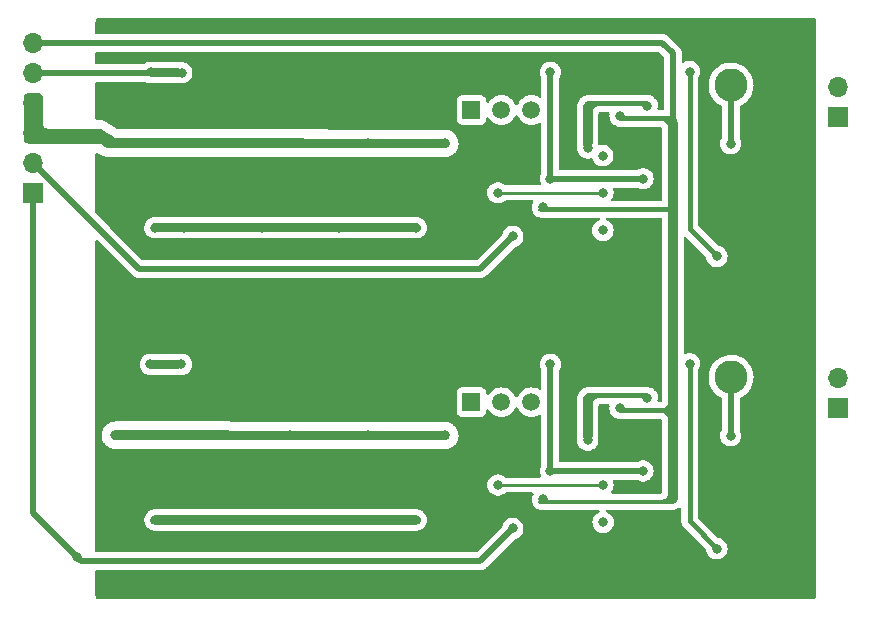
<source format=gbr>
%TF.GenerationSoftware,KiCad,Pcbnew,6.0.7-f9a2dced07~116~ubuntu20.04.1*%
%TF.CreationDate,2022-08-31T15:18:07+02:00*%
%TF.ProjectId,NVM-Amp,4e564d2d-416d-4702-9e6b-696361645f70,rev?*%
%TF.SameCoordinates,Original*%
%TF.FileFunction,Copper,L2,Bot*%
%TF.FilePolarity,Positive*%
%FSLAX46Y46*%
G04 Gerber Fmt 4.6, Leading zero omitted, Abs format (unit mm)*
G04 Created by KiCad (PCBNEW 6.0.7-f9a2dced07~116~ubuntu20.04.1) date 2022-08-31 15:18:07*
%MOMM*%
%LPD*%
G01*
G04 APERTURE LIST*
%TA.AperFunction,ComponentPad*%
%ADD10R,1.700000X1.700000*%
%TD*%
%TA.AperFunction,ComponentPad*%
%ADD11O,1.700000X1.700000*%
%TD*%
%TA.AperFunction,ComponentPad*%
%ADD12C,2.800000*%
%TD*%
%TA.AperFunction,ComponentPad*%
%ADD13R,1.500000X1.500000*%
%TD*%
%TA.AperFunction,ComponentPad*%
%ADD14C,1.500000*%
%TD*%
%TA.AperFunction,ViaPad*%
%ADD15C,0.800000*%
%TD*%
%TA.AperFunction,Conductor*%
%ADD16C,0.400000*%
%TD*%
%TA.AperFunction,Conductor*%
%ADD17C,0.500000*%
%TD*%
%TA.AperFunction,Conductor*%
%ADD18C,0.250000*%
%TD*%
G04 APERTURE END LIST*
D10*
%TO.P,J2,1,Pin_1*%
%TO.N,GNDA*%
X196342000Y-87630000D03*
D11*
%TO.P,J2,2,Pin_2*%
%TO.N,Net-(R28-Pad1)*%
X196342000Y-85090000D03*
%TD*%
D12*
%TO.P,TP1,1,1*%
%TO.N,Net-(R28-Pad1)*%
X187275000Y-84975000D03*
%TD*%
D10*
%TO.P,J1,1,Pin_1*%
%TO.N,Net-(R1-Pad1)*%
X128160000Y-94080000D03*
D11*
%TO.P,J1,2,Pin_2*%
%TO.N,Net-(U1-Pad2)*%
X128160000Y-91540000D03*
%TO.P,J1,3,Pin_3*%
%TO.N,GNDA*%
X128160000Y-89000000D03*
%TO.P,J1,4,Pin_4*%
X128160000Y-86460000D03*
%TO.P,J1,5,Pin_5*%
%TO.N,+5V*%
X128160000Y-83920000D03*
%TO.P,J1,6,Pin_6*%
%TO.N,-5V*%
X128160000Y-81380000D03*
%TD*%
D10*
%TO.P,J3,1,Pin_1*%
%TO.N,GNDA*%
X196342000Y-112273000D03*
D11*
%TO.P,J3,2,Pin_2*%
%TO.N,Net-(R30-Pad1)*%
X196342000Y-109733000D03*
%TD*%
D13*
%TO.P,Q9,1,B*%
%TO.N,Net-(Q1-Pad1)*%
X165300000Y-87075000D03*
D14*
%TO.P,Q9,2,C*%
%TO.N,Net-(C15-Pad1)*%
X167840000Y-87075000D03*
%TO.P,Q9,3,E*%
%TO.N,Net-(C13-Pad2)*%
X170380000Y-87075000D03*
%TD*%
D13*
%TO.P,Q10,1,B*%
%TO.N,Net-(Q10-Pad1)*%
X165300000Y-111810000D03*
D14*
%TO.P,Q10,2,C*%
%TO.N,Net-(C16-Pad1)*%
X167840000Y-111810000D03*
%TO.P,Q10,3,E*%
%TO.N,Net-(C14-Pad2)*%
X170380000Y-111810000D03*
%TD*%
D12*
%TO.P,TP2,1,1*%
%TO.N,Net-(R30-Pad1)*%
X187275000Y-109710000D03*
%TD*%
D15*
%TO.N,Net-(C1-Pad2)*%
X138500000Y-97050000D03*
X147550000Y-97050000D03*
X154075000Y-97050000D03*
X160625000Y-97050000D03*
X140975000Y-97050000D03*
%TO.N,GNDA*%
X139175000Y-89875000D03*
X143400000Y-114610000D03*
X149950000Y-89900000D03*
X163050000Y-89900000D03*
X135150000Y-114610000D03*
X135150000Y-89875000D03*
X139175000Y-114610000D03*
X186075000Y-99475000D03*
X183775000Y-83825000D03*
X149950000Y-114635000D03*
X156500000Y-114635000D03*
X183775000Y-108560000D03*
X143400000Y-89875000D03*
X186075000Y-124210000D03*
X156500000Y-89900000D03*
X163050000Y-114635000D03*
%TO.N,+5V*%
X171975000Y-108610000D03*
X138130909Y-83898307D03*
X140740000Y-108610000D03*
X138120000Y-108610000D03*
X140770000Y-83920000D03*
X171975000Y-83875000D03*
X179825000Y-117635000D03*
X171975000Y-92900000D03*
X179825000Y-92900000D03*
X171975000Y-117635000D03*
%TO.N,Net-(C15-Pad2)*%
X180175000Y-86700000D03*
X175150000Y-90300000D03*
%TO.N,-5V*%
X177875000Y-87600000D03*
X182350000Y-120010000D03*
X171350000Y-95300000D03*
X171350000Y-120035000D03*
X177875000Y-112335000D03*
X182350000Y-95275000D03*
%TO.N,OSC*%
X176440000Y-121990000D03*
X176425000Y-118810000D03*
X176425000Y-94075000D03*
X167535000Y-118825000D03*
X176420000Y-90940000D03*
X176430000Y-97270000D03*
X167535000Y-94090000D03*
%TO.N,GND*%
X186890000Y-127645000D03*
X134700000Y-104935000D03*
X186800000Y-104945000D03*
X134700000Y-80200000D03*
X186890000Y-102910000D03*
X134890000Y-102910000D03*
X134890000Y-127645000D03*
X186800000Y-80210000D03*
X194025000Y-124235000D03*
X194025000Y-99500000D03*
%TO.N,Net-(C2-Pad2)*%
X140975000Y-121785000D03*
X154075000Y-121785000D03*
X147550000Y-121785000D03*
X160625000Y-121785000D03*
X138500000Y-121785000D03*
%TO.N,Net-(C16-Pad2)*%
X175150000Y-115035000D03*
X180175000Y-111435000D03*
%TO.N,Net-(R1-Pad1)*%
X168800000Y-122510000D03*
X131940000Y-124950000D03*
%TO.N,Net-(U1-Pad2)*%
X168800000Y-97775000D03*
%TO.N,Net-(R28-Pad1)*%
X187250000Y-89925000D03*
%TO.N,Net-(R30-Pad1)*%
X187250000Y-114660000D03*
%TD*%
D16*
%TO.N,GNDA*%
X183775000Y-83825000D02*
X183775000Y-97175000D01*
X183775000Y-121910000D02*
X186075000Y-124210000D01*
X183775000Y-108560000D02*
X183775000Y-121910000D01*
X183775000Y-97175000D02*
X186075000Y-99475000D01*
D17*
%TO.N,+5V*%
X138130909Y-83898307D02*
X138109216Y-83920000D01*
X171975000Y-117635000D02*
X179825000Y-117635000D01*
X171975000Y-83875000D02*
X171975000Y-92900000D01*
X171975000Y-108610000D02*
X171975000Y-117635000D01*
X171975000Y-92900000D02*
X179825000Y-92900000D01*
X138109216Y-83920000D02*
X128160000Y-83920000D01*
%TO.N,-5V*%
X128160000Y-81380000D02*
X181440000Y-81380000D01*
X182350000Y-82290000D02*
X182350000Y-95275000D01*
X181440000Y-81380000D02*
X182350000Y-82290000D01*
D18*
%TO.N,OSC*%
X167535000Y-94090000D02*
X176410000Y-94090000D01*
X167535000Y-118825000D02*
X176410000Y-118825000D01*
D17*
%TO.N,Net-(R1-Pad1)*%
X128160000Y-94080000D02*
X128160000Y-121170000D01*
X128160000Y-121170000D02*
X131940000Y-124950000D01*
X132265000Y-125275000D02*
X166035000Y-125275000D01*
X131940000Y-124950000D02*
X132265000Y-125275000D01*
X166035000Y-125275000D02*
X168800000Y-122510000D01*
%TO.N,Net-(U1-Pad2)*%
X166035000Y-100540000D02*
X168800000Y-97775000D01*
X139610000Y-100540000D02*
X166035000Y-100540000D01*
X137160000Y-100540000D02*
X139610000Y-100540000D01*
X128160000Y-91540000D02*
X137160000Y-100540000D01*
%TO.N,Net-(R28-Pad1)*%
X187250000Y-85125000D02*
X187350000Y-85025000D01*
X187250000Y-89925000D02*
X187250000Y-85125000D01*
%TO.N,Net-(R30-Pad1)*%
X187250000Y-109860000D02*
X187350000Y-109760000D01*
X187250000Y-114660000D02*
X187250000Y-109860000D01*
%TD*%
%TA.AperFunction,Conductor*%
%TO.N,-5V*%
G36*
X182750000Y-119901742D02*
G01*
X182748922Y-119918188D01*
X182735128Y-120022963D01*
X182726615Y-120054735D01*
X182689361Y-120144674D01*
X182672914Y-120173160D01*
X182613651Y-120250393D01*
X182590393Y-120273651D01*
X182513160Y-120332914D01*
X182484674Y-120349361D01*
X182394735Y-120386615D01*
X182362963Y-120395128D01*
X182258188Y-120408922D01*
X182241742Y-120410000D01*
X171141587Y-120410000D01*
X171108982Y-120405708D01*
X171070107Y-120395291D01*
X171013627Y-120362681D01*
X170997319Y-120346373D01*
X170964707Y-120289887D01*
X170958738Y-120267609D01*
X170958738Y-120202391D01*
X170964707Y-120180113D01*
X170997319Y-120123627D01*
X171013627Y-120107319D01*
X171070107Y-120074709D01*
X171108982Y-120064292D01*
X171141587Y-120060000D01*
X181450000Y-120060000D01*
X181579410Y-120042963D01*
X181587988Y-120039410D01*
X181692372Y-119996173D01*
X181692374Y-119996172D01*
X181700000Y-119993013D01*
X181803553Y-119913553D01*
X181883013Y-119810000D01*
X181932963Y-119689410D01*
X181950000Y-119560000D01*
X181950000Y-113235000D01*
X181932963Y-113105590D01*
X181883013Y-112985000D01*
X181803553Y-112881447D01*
X181700000Y-112801987D01*
X181692374Y-112798828D01*
X181692372Y-112798827D01*
X181587039Y-112755197D01*
X181579410Y-112752037D01*
X181450000Y-112735000D01*
X177912410Y-112735000D01*
X177887829Y-112732579D01*
X177848047Y-112724666D01*
X177802626Y-112705852D01*
X177779418Y-112690345D01*
X177744655Y-112655582D01*
X177729148Y-112632374D01*
X177710334Y-112586952D01*
X177704888Y-112559571D01*
X177704884Y-112510431D01*
X177710337Y-112482992D01*
X177729123Y-112437600D01*
X177744662Y-112414321D01*
X177779377Y-112379567D01*
X177802635Y-112364002D01*
X177848000Y-112345163D01*
X177887844Y-112337195D01*
X177912393Y-112334749D01*
X178902479Y-112333582D01*
X180579687Y-112331604D01*
X181435877Y-112330595D01*
X181435879Y-112330595D01*
X181440007Y-112330590D01*
X181482484Y-112324947D01*
X181561206Y-112314488D01*
X181561208Y-112314487D01*
X181569393Y-112313400D01*
X181577018Y-112310231D01*
X181577022Y-112310230D01*
X181682297Y-112266478D01*
X181682299Y-112266477D01*
X181689924Y-112263308D01*
X181793383Y-112183728D01*
X181872721Y-112080081D01*
X181875875Y-112072442D01*
X181919376Y-111967072D01*
X181919377Y-111967067D01*
X181922529Y-111959433D01*
X181939414Y-111830004D01*
X181920486Y-95670000D01*
X181920486Y-95669999D01*
X181920041Y-95290000D01*
X181922575Y-95291047D01*
X181941387Y-95255000D01*
X182750000Y-95255000D01*
X182750000Y-119901742D01*
G37*
%TD.AperFunction*%
%TD*%
%TA.AperFunction,Conductor*%
%TO.N,+5V*%
G36*
X140359793Y-108211551D02*
G01*
X140453895Y-108226455D01*
X140491388Y-108238637D01*
X140567335Y-108277334D01*
X140599227Y-108300506D01*
X140659494Y-108360773D01*
X140682666Y-108392665D01*
X140721363Y-108468612D01*
X140733545Y-108506105D01*
X140746874Y-108590266D01*
X140746867Y-108629732D01*
X140733540Y-108713679D01*
X140721303Y-108751247D01*
X140682643Y-108826919D01*
X140659372Y-108858851D01*
X140599178Y-108918828D01*
X140567163Y-108941983D01*
X140491352Y-108980370D01*
X140453739Y-108992471D01*
X140359825Y-109007033D01*
X140340064Y-109008520D01*
X139758941Y-109006422D01*
X138384887Y-109001462D01*
X138365235Y-108999847D01*
X138272491Y-108984849D01*
X138235120Y-108972587D01*
X138160433Y-108934293D01*
X138128668Y-108911109D01*
X138069425Y-108851652D01*
X138046359Y-108819808D01*
X138008332Y-108744978D01*
X137996207Y-108707567D01*
X137983111Y-108624690D01*
X137983118Y-108585313D01*
X137996212Y-108502645D01*
X138008392Y-108465159D01*
X138046380Y-108390602D01*
X138069550Y-108358713D01*
X138128713Y-108299550D01*
X138160602Y-108276380D01*
X138235159Y-108238392D01*
X138272647Y-108226211D01*
X138314882Y-108219522D01*
X138365209Y-108211551D01*
X138384919Y-108210000D01*
X140340083Y-108210000D01*
X140359793Y-108211551D01*
G37*
%TD.AperFunction*%
%TD*%
%TA.AperFunction,Conductor*%
%TO.N,-5V*%
G36*
X182258188Y-87601078D02*
G01*
X182362963Y-87614872D01*
X182394735Y-87623385D01*
X182484674Y-87660639D01*
X182513160Y-87677086D01*
X182590393Y-87736349D01*
X182613651Y-87759607D01*
X182672914Y-87836840D01*
X182689361Y-87865326D01*
X182726615Y-87955265D01*
X182735128Y-87987037D01*
X182748922Y-88091812D01*
X182750000Y-88108258D01*
X182750000Y-95675000D01*
X171141587Y-95675000D01*
X171108982Y-95670708D01*
X171070107Y-95660291D01*
X171013627Y-95627681D01*
X170997319Y-95611373D01*
X170964707Y-95554887D01*
X170958738Y-95532609D01*
X170958738Y-95467391D01*
X170964707Y-95445113D01*
X170997319Y-95388627D01*
X171013627Y-95372319D01*
X171070107Y-95339709D01*
X171108982Y-95329292D01*
X171141587Y-95325000D01*
X181885082Y-95325000D01*
X181909816Y-95314746D01*
X181920041Y-95290000D01*
X181922575Y-95291047D01*
X181943147Y-95251626D01*
X181945607Y-95250607D01*
X181950000Y-95240000D01*
X181950000Y-88500000D01*
X181932963Y-88370590D01*
X181883013Y-88250000D01*
X181803553Y-88146447D01*
X181700000Y-88066987D01*
X181692374Y-88063828D01*
X181692372Y-88063827D01*
X181587039Y-88020197D01*
X181579410Y-88017037D01*
X181450000Y-88000000D01*
X177912410Y-88000000D01*
X177887829Y-87997579D01*
X177848047Y-87989666D01*
X177802626Y-87970852D01*
X177779418Y-87955345D01*
X177744655Y-87920582D01*
X177729148Y-87897374D01*
X177710334Y-87851955D01*
X177704889Y-87824579D01*
X177704889Y-87775421D01*
X177710335Y-87748043D01*
X177729148Y-87702626D01*
X177744655Y-87679418D01*
X177779418Y-87644655D01*
X177802626Y-87629148D01*
X177848047Y-87610334D01*
X177887829Y-87602421D01*
X177912410Y-87600000D01*
X182241742Y-87600000D01*
X182258188Y-87601078D01*
G37*
%TD.AperFunction*%
%TD*%
%TA.AperFunction,Conductor*%
%TO.N,Net-(C16-Pad2)*%
G36*
X180137170Y-111037421D02*
G01*
X180166213Y-111043198D01*
X180186522Y-111047237D01*
X180231944Y-111066052D01*
X180263261Y-111086978D01*
X180298022Y-111121739D01*
X180318948Y-111153056D01*
X180337763Y-111198478D01*
X180345111Y-111235419D01*
X180345111Y-111284579D01*
X180341979Y-111300326D01*
X180337763Y-111321522D01*
X180318948Y-111366944D01*
X180298022Y-111398261D01*
X180263261Y-111433022D01*
X180231944Y-111453948D01*
X180186522Y-111472763D01*
X180166213Y-111476802D01*
X180137170Y-111482579D01*
X180112590Y-111485000D01*
X176050000Y-111485000D01*
X175920590Y-111502037D01*
X175912961Y-111505197D01*
X175807628Y-111548827D01*
X175807626Y-111548828D01*
X175800000Y-111551987D01*
X175696447Y-111631447D01*
X175616987Y-111735000D01*
X175567037Y-111855590D01*
X175550000Y-111985000D01*
X175550000Y-114625083D01*
X175548449Y-114644793D01*
X175533545Y-114738895D01*
X175521363Y-114776388D01*
X175482666Y-114852335D01*
X175459494Y-114884227D01*
X175399227Y-114944494D01*
X175367335Y-114967666D01*
X175291388Y-115006363D01*
X175253895Y-115018545D01*
X175169710Y-115031878D01*
X175130290Y-115031878D01*
X175046105Y-115018545D01*
X175008612Y-115006363D01*
X174932665Y-114967666D01*
X174900773Y-114944494D01*
X174840506Y-114884227D01*
X174817334Y-114852335D01*
X174778637Y-114776388D01*
X174766455Y-114738895D01*
X174751551Y-114644793D01*
X174750000Y-114625083D01*
X174750000Y-111543258D01*
X174751078Y-111526812D01*
X174764872Y-111422037D01*
X174773385Y-111390265D01*
X174810639Y-111300326D01*
X174827086Y-111271840D01*
X174886349Y-111194607D01*
X174909607Y-111171349D01*
X174986840Y-111112086D01*
X175015326Y-111095639D01*
X175105265Y-111058385D01*
X175137037Y-111049872D01*
X175241812Y-111036078D01*
X175258258Y-111035000D01*
X180112590Y-111035000D01*
X180137170Y-111037421D01*
G37*
%TD.AperFunction*%
%TD*%
%TA.AperFunction,Conductor*%
%TO.N,Net-(C2-Pad2)*%
G36*
X160634793Y-121386551D02*
G01*
X160728895Y-121401455D01*
X160766388Y-121413637D01*
X160842335Y-121452334D01*
X160874227Y-121475506D01*
X160934494Y-121535773D01*
X160957666Y-121567665D01*
X160996363Y-121643612D01*
X161008545Y-121681105D01*
X161021878Y-121765290D01*
X161021878Y-121804710D01*
X161008545Y-121888895D01*
X160996363Y-121926388D01*
X160957666Y-122002335D01*
X160934494Y-122034227D01*
X160874227Y-122094494D01*
X160842335Y-122117666D01*
X160766388Y-122156363D01*
X160728895Y-122168545D01*
X160634793Y-122183449D01*
X160615083Y-122185000D01*
X138509917Y-122185000D01*
X138490207Y-122183449D01*
X138396105Y-122168545D01*
X138358612Y-122156363D01*
X138282665Y-122117666D01*
X138250773Y-122094494D01*
X138190506Y-122034227D01*
X138167334Y-122002335D01*
X138128637Y-121926388D01*
X138116455Y-121888895D01*
X138103122Y-121804710D01*
X138103122Y-121765290D01*
X138116455Y-121681105D01*
X138128637Y-121643612D01*
X138167334Y-121567665D01*
X138190506Y-121535773D01*
X138250773Y-121475506D01*
X138282665Y-121452334D01*
X138358612Y-121413637D01*
X138396105Y-121401455D01*
X138490207Y-121386551D01*
X138509917Y-121385000D01*
X160615083Y-121385000D01*
X160634793Y-121386551D01*
G37*
%TD.AperFunction*%
%TD*%
%TA.AperFunction,Conductor*%
%TO.N,GND*%
G36*
X181431192Y-109506564D02*
G01*
X181433740Y-111681624D01*
X181433760Y-111699097D01*
X181413838Y-111767242D01*
X181360237Y-111813797D01*
X181307908Y-111825245D01*
X181168562Y-111825409D01*
X181100418Y-111805487D01*
X181053862Y-111751886D01*
X181043675Y-111681624D01*
X181048579Y-111660480D01*
X181060674Y-111623256D01*
X181080460Y-111435000D01*
X181072848Y-111362575D01*
X181061364Y-111253307D01*
X181061364Y-111253305D01*
X181060674Y-111246744D01*
X181002179Y-111066716D01*
X180991125Y-111047569D01*
X180910836Y-110908505D01*
X180907533Y-110902784D01*
X180855723Y-110845243D01*
X180785286Y-110767015D01*
X180785284Y-110767014D01*
X180780871Y-110762112D01*
X180712334Y-110712317D01*
X180633072Y-110654730D01*
X180633071Y-110654729D01*
X180627730Y-110650849D01*
X180454803Y-110573856D01*
X180338339Y-110549101D01*
X180276103Y-110535872D01*
X180276099Y-110535872D01*
X180269646Y-110534500D01*
X180194379Y-110534500D01*
X180182028Y-110533893D01*
X180162139Y-110531934D01*
X180158638Y-110531762D01*
X180114145Y-110529576D01*
X180114129Y-110529576D01*
X180112590Y-110529500D01*
X175258258Y-110529500D01*
X175257292Y-110529532D01*
X175257268Y-110529532D01*
X175226191Y-110530549D01*
X175226167Y-110530550D01*
X175225195Y-110530582D01*
X175224207Y-110530647D01*
X175224182Y-110530648D01*
X175215969Y-110531187D01*
X175208749Y-110531660D01*
X175175830Y-110534903D01*
X175174809Y-110535037D01*
X175174804Y-110535038D01*
X175140905Y-110539501D01*
X175071055Y-110548697D01*
X175069028Y-110549100D01*
X175069023Y-110549101D01*
X175008247Y-110561189D01*
X175008234Y-110561192D01*
X175006208Y-110561595D01*
X175004209Y-110562131D01*
X175004203Y-110562132D01*
X174994294Y-110564787D01*
X174974436Y-110570108D01*
X174972482Y-110570771D01*
X174972483Y-110570771D01*
X174913787Y-110590695D01*
X174913770Y-110590701D01*
X174911818Y-110591364D01*
X174909909Y-110592155D01*
X174909903Y-110592157D01*
X174897007Y-110597499D01*
X174821879Y-110628618D01*
X174762569Y-110657867D01*
X174760789Y-110658895D01*
X174760781Y-110658899D01*
X174744655Y-110668210D01*
X174734083Y-110674314D01*
X174725716Y-110679905D01*
X174680846Y-110709886D01*
X174680832Y-110709896D01*
X174679111Y-110711046D01*
X174677463Y-110712310D01*
X174677454Y-110712317D01*
X174646701Y-110735915D01*
X174601878Y-110770309D01*
X174600333Y-110771664D01*
X174600322Y-110771673D01*
X174559091Y-110807833D01*
X174552165Y-110813907D01*
X174528907Y-110837165D01*
X174527553Y-110838709D01*
X174486673Y-110885322D01*
X174486664Y-110885333D01*
X174485309Y-110886878D01*
X174484043Y-110888528D01*
X174429760Y-110959271D01*
X174426046Y-110964111D01*
X174424896Y-110965832D01*
X174424886Y-110965846D01*
X174402637Y-110999144D01*
X174389314Y-111019083D01*
X174372867Y-111047569D01*
X174343618Y-111106879D01*
X174342829Y-111108785D01*
X174309853Y-111188396D01*
X174306364Y-111196818D01*
X174305701Y-111198770D01*
X174305695Y-111198787D01*
X174301023Y-111212552D01*
X174285108Y-111259436D01*
X174276595Y-111291208D01*
X174263697Y-111356055D01*
X174249903Y-111460830D01*
X174246660Y-111493749D01*
X174245582Y-111510195D01*
X174245550Y-111511167D01*
X174245549Y-111511191D01*
X174244532Y-111542268D01*
X174244500Y-111543258D01*
X174244500Y-114625083D01*
X174244549Y-114626326D01*
X174245872Y-114660000D01*
X174246058Y-114664739D01*
X174246153Y-114665941D01*
X174246154Y-114665965D01*
X174247513Y-114683231D01*
X174247609Y-114684449D01*
X174252274Y-114723869D01*
X174262275Y-114787013D01*
X174265220Y-114805609D01*
X174264143Y-114846725D01*
X174264326Y-114846744D01*
X174263635Y-114853315D01*
X174263635Y-114853317D01*
X174253732Y-114947540D01*
X174244540Y-115035000D01*
X174245230Y-115041565D01*
X174261064Y-115192216D01*
X174264326Y-115223256D01*
X174322821Y-115403284D01*
X174326124Y-115409006D01*
X174326125Y-115409007D01*
X174347966Y-115446837D01*
X174417467Y-115567216D01*
X174421885Y-115572123D01*
X174421886Y-115572124D01*
X174519407Y-115680431D01*
X174544129Y-115707888D01*
X174549468Y-115711767D01*
X174654206Y-115787863D01*
X174697270Y-115819151D01*
X174870197Y-115896144D01*
X174968212Y-115916978D01*
X175048897Y-115934128D01*
X175048901Y-115934128D01*
X175055354Y-115935500D01*
X175244646Y-115935500D01*
X175251099Y-115934128D01*
X175251103Y-115934128D01*
X175331788Y-115916978D01*
X175429803Y-115896144D01*
X175602730Y-115819151D01*
X175645795Y-115787863D01*
X175750532Y-115711767D01*
X175755871Y-115707888D01*
X175780594Y-115680431D01*
X175878114Y-115572124D01*
X175878115Y-115572123D01*
X175882533Y-115567216D01*
X175952034Y-115446837D01*
X175973875Y-115409007D01*
X175973876Y-115409006D01*
X175977179Y-115403284D01*
X176035674Y-115223256D01*
X176038937Y-115192216D01*
X176054770Y-115041565D01*
X176055460Y-115035000D01*
X176046268Y-114947540D01*
X176036365Y-114853317D01*
X176036365Y-114853315D01*
X176035674Y-114846744D01*
X176035857Y-114846725D01*
X176034780Y-114805609D01*
X176037725Y-114787013D01*
X176047726Y-114723869D01*
X176052391Y-114684449D01*
X176052487Y-114683231D01*
X176053846Y-114665965D01*
X176053847Y-114665941D01*
X176053942Y-114664739D01*
X176054129Y-114660000D01*
X176055451Y-114626326D01*
X176055500Y-114625083D01*
X176055500Y-112116500D01*
X176075502Y-112048379D01*
X176129158Y-112001886D01*
X176181500Y-111990500D01*
X176867645Y-111990500D01*
X176935766Y-112010502D01*
X176982259Y-112064158D01*
X176992363Y-112134432D01*
X176991196Y-112140990D01*
X176989326Y-112146744D01*
X176969540Y-112335000D01*
X176989326Y-112523256D01*
X177047821Y-112703284D01*
X177142467Y-112867216D01*
X177146885Y-112872123D01*
X177146886Y-112872124D01*
X177250590Y-112987298D01*
X177269129Y-113007888D01*
X177274468Y-113011767D01*
X177348119Y-113065277D01*
X177422270Y-113119151D01*
X177595197Y-113196144D01*
X177693212Y-113216978D01*
X177773897Y-113234128D01*
X177773901Y-113234128D01*
X177780354Y-113235500D01*
X177830623Y-113235500D01*
X177842973Y-113236107D01*
X177862863Y-113238066D01*
X177885475Y-113239177D01*
X177910855Y-113240424D01*
X177910871Y-113240424D01*
X177912410Y-113240500D01*
X181318500Y-113240500D01*
X181386621Y-113260502D01*
X181433114Y-113314158D01*
X181444500Y-113366500D01*
X181444500Y-119428500D01*
X181424498Y-119496621D01*
X181370842Y-119543114D01*
X181318500Y-119554500D01*
X177249392Y-119554500D01*
X177181271Y-119534498D01*
X177134778Y-119480842D01*
X177124674Y-119410568D01*
X177151211Y-119353905D01*
X177149232Y-119352467D01*
X177153114Y-119347124D01*
X177157533Y-119342216D01*
X177243519Y-119193284D01*
X177248875Y-119184007D01*
X177248876Y-119184006D01*
X177252179Y-119178284D01*
X177310674Y-118998256D01*
X177330460Y-118810000D01*
X177329101Y-118797074D01*
X177311364Y-118628307D01*
X177311364Y-118628305D01*
X177310674Y-118621744D01*
X177287504Y-118550434D01*
X177285476Y-118479469D01*
X177322138Y-118418671D01*
X177385850Y-118387346D01*
X177407337Y-118385500D01*
X179285014Y-118385500D01*
X179353135Y-118405502D01*
X179359076Y-118409565D01*
X179366927Y-118415270D01*
X179366933Y-118415273D01*
X179372270Y-118419151D01*
X179545197Y-118496144D01*
X179643212Y-118516978D01*
X179723897Y-118534128D01*
X179723901Y-118534128D01*
X179730354Y-118535500D01*
X179919646Y-118535500D01*
X179926099Y-118534128D01*
X179926103Y-118534128D01*
X180006788Y-118516978D01*
X180104803Y-118496144D01*
X180277730Y-118419151D01*
X180296517Y-118405502D01*
X180425532Y-118311767D01*
X180430871Y-118307888D01*
X180536591Y-118190475D01*
X180553114Y-118172124D01*
X180553115Y-118172123D01*
X180557533Y-118167216D01*
X180569442Y-118146589D01*
X180648875Y-118009007D01*
X180648876Y-118009006D01*
X180652179Y-118003284D01*
X180710674Y-117823256D01*
X180730460Y-117635000D01*
X180710674Y-117446744D01*
X180652179Y-117266716D01*
X180557533Y-117102784D01*
X180430871Y-116962112D01*
X180323763Y-116884294D01*
X180283072Y-116854730D01*
X180283071Y-116854729D01*
X180277730Y-116850849D01*
X180104803Y-116773856D01*
X180006788Y-116753022D01*
X179926103Y-116735872D01*
X179926099Y-116735872D01*
X179919646Y-116734500D01*
X179730354Y-116734500D01*
X179723901Y-116735872D01*
X179723897Y-116735872D01*
X179643212Y-116753022D01*
X179545197Y-116773856D01*
X179372270Y-116850849D01*
X179366933Y-116854727D01*
X179366927Y-116854730D01*
X179359076Y-116860435D01*
X179292209Y-116884294D01*
X179285014Y-116884500D01*
X172851500Y-116884500D01*
X172783379Y-116864498D01*
X172736886Y-116810842D01*
X172725500Y-116758500D01*
X172725500Y-109144857D01*
X172742381Y-109081857D01*
X172798875Y-108984007D01*
X172798876Y-108984006D01*
X172802179Y-108978284D01*
X172860674Y-108798256D01*
X172880460Y-108610000D01*
X172865683Y-108469398D01*
X172861364Y-108428307D01*
X172861364Y-108428305D01*
X172860674Y-108421744D01*
X172802179Y-108241716D01*
X172707533Y-108077784D01*
X172662513Y-108027784D01*
X172585286Y-107942015D01*
X172585284Y-107942014D01*
X172580871Y-107937112D01*
X172427730Y-107825849D01*
X172254803Y-107748856D01*
X172142446Y-107724974D01*
X172076103Y-107710872D01*
X172076099Y-107710872D01*
X172069646Y-107709500D01*
X171880354Y-107709500D01*
X171873901Y-107710872D01*
X171873897Y-107710872D01*
X171807554Y-107724974D01*
X171695197Y-107748856D01*
X171522270Y-107825849D01*
X171369129Y-107937112D01*
X171364716Y-107942014D01*
X171364714Y-107942015D01*
X171287487Y-108027784D01*
X171242467Y-108077784D01*
X171147821Y-108241716D01*
X171089326Y-108421744D01*
X171088636Y-108428305D01*
X171088636Y-108428307D01*
X171084317Y-108469398D01*
X171069540Y-108610000D01*
X171089326Y-108798256D01*
X171147821Y-108978284D01*
X171151124Y-108984006D01*
X171151125Y-108984007D01*
X171207619Y-109081857D01*
X171224500Y-109144857D01*
X171224500Y-110632702D01*
X171204498Y-110700823D01*
X171150842Y-110747316D01*
X171080568Y-110757420D01*
X171026229Y-110735915D01*
X171007639Y-110722898D01*
X171002657Y-110720575D01*
X171002652Y-110720572D01*
X170814312Y-110632748D01*
X170814311Y-110632747D01*
X170809330Y-110630425D01*
X170804022Y-110629003D01*
X170804020Y-110629002D01*
X170738255Y-110611380D01*
X170597977Y-110573793D01*
X170380000Y-110554723D01*
X170162023Y-110573793D01*
X170021745Y-110611380D01*
X169955980Y-110629002D01*
X169955978Y-110629003D01*
X169950670Y-110630425D01*
X169945690Y-110632747D01*
X169945688Y-110632748D01*
X169757343Y-110720575D01*
X169757340Y-110720577D01*
X169752362Y-110722898D01*
X169573123Y-110848402D01*
X169418402Y-111003123D01*
X169292898Y-111182362D01*
X169290577Y-111187340D01*
X169290575Y-111187343D01*
X169224195Y-111329695D01*
X169177277Y-111382980D01*
X169109000Y-111402441D01*
X169041040Y-111381899D01*
X168995805Y-111329695D01*
X168929425Y-111187343D01*
X168929423Y-111187340D01*
X168927102Y-111182362D01*
X168801598Y-111003123D01*
X168646877Y-110848402D01*
X168642369Y-110845245D01*
X168642366Y-110845243D01*
X168472148Y-110726055D01*
X168472145Y-110726053D01*
X168467639Y-110722898D01*
X168462657Y-110720575D01*
X168462652Y-110720572D01*
X168274312Y-110632748D01*
X168274311Y-110632747D01*
X168269330Y-110630425D01*
X168264022Y-110629003D01*
X168264020Y-110629002D01*
X168198255Y-110611380D01*
X168057977Y-110573793D01*
X167840000Y-110554723D01*
X167622023Y-110573793D01*
X167481745Y-110611380D01*
X167415980Y-110629002D01*
X167415978Y-110629003D01*
X167410670Y-110630425D01*
X167405690Y-110632747D01*
X167405688Y-110632748D01*
X167217343Y-110720575D01*
X167217340Y-110720577D01*
X167212362Y-110722898D01*
X167033123Y-110848402D01*
X166878402Y-111003123D01*
X166813592Y-111095682D01*
X166779712Y-111144068D01*
X166724255Y-111188396D01*
X166653636Y-111195705D01*
X166590275Y-111163674D01*
X166554290Y-111102473D01*
X166550499Y-111071797D01*
X166550499Y-111012624D01*
X166543851Y-110951420D01*
X166493526Y-110817176D01*
X166488146Y-110809997D01*
X166488144Y-110809994D01*
X166412928Y-110709635D01*
X166407546Y-110702454D01*
X166400365Y-110697072D01*
X166300006Y-110621856D01*
X166300003Y-110621854D01*
X166292824Y-110616474D01*
X166186312Y-110576545D01*
X166165975Y-110568921D01*
X166165973Y-110568921D01*
X166158580Y-110566149D01*
X166150730Y-110565296D01*
X166150729Y-110565296D01*
X166100774Y-110559869D01*
X166100773Y-110559869D01*
X166097377Y-110559500D01*
X165300117Y-110559500D01*
X164502624Y-110559501D01*
X164499230Y-110559870D01*
X164499224Y-110559870D01*
X164449278Y-110565295D01*
X164449274Y-110565296D01*
X164441420Y-110566149D01*
X164307176Y-110616474D01*
X164299997Y-110621854D01*
X164299994Y-110621856D01*
X164199635Y-110697072D01*
X164192454Y-110702454D01*
X164187072Y-110709635D01*
X164111856Y-110809994D01*
X164111854Y-110809997D01*
X164106474Y-110817176D01*
X164056149Y-110951420D01*
X164049500Y-111012623D01*
X164049501Y-112607376D01*
X164056149Y-112668580D01*
X164106474Y-112802824D01*
X164111854Y-112810003D01*
X164111856Y-112810006D01*
X164154733Y-112867216D01*
X164192454Y-112917546D01*
X164199635Y-112922928D01*
X164299994Y-112998144D01*
X164299997Y-112998146D01*
X164307176Y-113003526D01*
X164396561Y-113037034D01*
X164434025Y-113051079D01*
X164434027Y-113051079D01*
X164441420Y-113053851D01*
X164449270Y-113054704D01*
X164449271Y-113054704D01*
X164499217Y-113060130D01*
X164502623Y-113060500D01*
X165299883Y-113060500D01*
X166097376Y-113060499D01*
X166100770Y-113060130D01*
X166100776Y-113060130D01*
X166150722Y-113054705D01*
X166150726Y-113054704D01*
X166158580Y-113053851D01*
X166292824Y-113003526D01*
X166300003Y-112998146D01*
X166300006Y-112998144D01*
X166400365Y-112922928D01*
X166407546Y-112917546D01*
X166445267Y-112867216D01*
X166488144Y-112810006D01*
X166488146Y-112810003D01*
X166493526Y-112802824D01*
X166543851Y-112668580D01*
X166550500Y-112607377D01*
X166550500Y-112548204D01*
X166570502Y-112480083D01*
X166624158Y-112433590D01*
X166694432Y-112423486D01*
X166759012Y-112452980D01*
X166779713Y-112475934D01*
X166878402Y-112616877D01*
X167033123Y-112771598D01*
X167037631Y-112774755D01*
X167037634Y-112774757D01*
X167207852Y-112893945D01*
X167212361Y-112897102D01*
X167217343Y-112899425D01*
X167217348Y-112899428D01*
X167405688Y-112987252D01*
X167410670Y-112989575D01*
X167415978Y-112990997D01*
X167415980Y-112990998D01*
X167462736Y-113003526D01*
X167622023Y-113046207D01*
X167840000Y-113065277D01*
X168057977Y-113046207D01*
X168217264Y-113003526D01*
X168264020Y-112990998D01*
X168264022Y-112990997D01*
X168269330Y-112989575D01*
X168274312Y-112987252D01*
X168462652Y-112899428D01*
X168462657Y-112899425D01*
X168467639Y-112897102D01*
X168472148Y-112893945D01*
X168642366Y-112774757D01*
X168642369Y-112774755D01*
X168646877Y-112771598D01*
X168801598Y-112616877D01*
X168927102Y-112437638D01*
X168933702Y-112423486D01*
X168995805Y-112290305D01*
X169042723Y-112237020D01*
X169111000Y-112217559D01*
X169178960Y-112238101D01*
X169224195Y-112290305D01*
X169286299Y-112423486D01*
X169292898Y-112437638D01*
X169418402Y-112616877D01*
X169573123Y-112771598D01*
X169577631Y-112774755D01*
X169577634Y-112774757D01*
X169747852Y-112893945D01*
X169752361Y-112897102D01*
X169757343Y-112899425D01*
X169757348Y-112899428D01*
X169945688Y-112987252D01*
X169950670Y-112989575D01*
X169955978Y-112990997D01*
X169955980Y-112990998D01*
X170002736Y-113003526D01*
X170162023Y-113046207D01*
X170380000Y-113065277D01*
X170597977Y-113046207D01*
X170757264Y-113003526D01*
X170804020Y-112990998D01*
X170804022Y-112990997D01*
X170809330Y-112989575D01*
X170814312Y-112987252D01*
X171002652Y-112899428D01*
X171002657Y-112899425D01*
X171007639Y-112897102D01*
X171026229Y-112884085D01*
X171093503Y-112861397D01*
X171162363Y-112878682D01*
X171210947Y-112930451D01*
X171224500Y-112987298D01*
X171224500Y-117100143D01*
X171207619Y-117163143D01*
X171147821Y-117266716D01*
X171089326Y-117446744D01*
X171069540Y-117635000D01*
X171089326Y-117823256D01*
X171147821Y-118003284D01*
X171151125Y-118009007D01*
X171151126Y-118009009D01*
X171151988Y-118010502D01*
X171152224Y-118011475D01*
X171153809Y-118015035D01*
X171153158Y-118015325D01*
X171168725Y-118079497D01*
X171145503Y-118146589D01*
X171089696Y-118190475D01*
X171042868Y-118199500D01*
X168239638Y-118199500D01*
X168171517Y-118179498D01*
X168150230Y-118161403D01*
X168150198Y-118161439D01*
X168148950Y-118160315D01*
X168145998Y-118157806D01*
X168145291Y-118157021D01*
X168140871Y-118152112D01*
X168135529Y-118148231D01*
X168135527Y-118148229D01*
X167993072Y-118044730D01*
X167993071Y-118044729D01*
X167987730Y-118040849D01*
X167814803Y-117963856D01*
X167716788Y-117943022D01*
X167636103Y-117925872D01*
X167636099Y-117925872D01*
X167629646Y-117924500D01*
X167440354Y-117924500D01*
X167433901Y-117925872D01*
X167433897Y-117925872D01*
X167353212Y-117943022D01*
X167255197Y-117963856D01*
X167082270Y-118040849D01*
X166929129Y-118152112D01*
X166924716Y-118157014D01*
X166924714Y-118157015D01*
X166806886Y-118287876D01*
X166802467Y-118292784D01*
X166799164Y-118298505D01*
X166735044Y-118409565D01*
X166707821Y-118456716D01*
X166649326Y-118636744D01*
X166629540Y-118825000D01*
X166630230Y-118831565D01*
X166647060Y-118991693D01*
X166649326Y-119013256D01*
X166707821Y-119193284D01*
X166802467Y-119357216D01*
X166806885Y-119362123D01*
X166806886Y-119362124D01*
X166913781Y-119480842D01*
X166929129Y-119497888D01*
X166934468Y-119501767D01*
X166991378Y-119543114D01*
X167082270Y-119609151D01*
X167255197Y-119686144D01*
X167353212Y-119706978D01*
X167433897Y-119724128D01*
X167433901Y-119724128D01*
X167440354Y-119725500D01*
X167629646Y-119725500D01*
X167636099Y-119724128D01*
X167636103Y-119724128D01*
X167716788Y-119706978D01*
X167814803Y-119686144D01*
X167987730Y-119609151D01*
X168067375Y-119551286D01*
X168135527Y-119501771D01*
X168135529Y-119501769D01*
X168140871Y-119497888D01*
X168145998Y-119492194D01*
X168146521Y-119491872D01*
X168150198Y-119488561D01*
X168150803Y-119489233D01*
X168206442Y-119454952D01*
X168239638Y-119450500D01*
X170429415Y-119450500D01*
X170497536Y-119470502D01*
X170544029Y-119524158D01*
X170554133Y-119594432D01*
X170538534Y-119639500D01*
X170522821Y-119666716D01*
X170464326Y-119846744D01*
X170444540Y-120035000D01*
X170456626Y-120149994D01*
X170456238Y-120179601D01*
X170453238Y-120202391D01*
X170453238Y-120267609D01*
X170470460Y-120398434D01*
X170476429Y-120420712D01*
X170478011Y-120424531D01*
X170525353Y-120538830D01*
X170525356Y-120538837D01*
X170526930Y-120542636D01*
X170559542Y-120599122D01*
X170639877Y-120703815D01*
X170656185Y-120720123D01*
X170760870Y-120800453D01*
X170817350Y-120833063D01*
X170821156Y-120834640D01*
X170821159Y-120834641D01*
X170935456Y-120881986D01*
X170939268Y-120883565D01*
X170978143Y-120893982D01*
X170980176Y-120894386D01*
X170980183Y-120894388D01*
X170999792Y-120898288D01*
X171043009Y-120906884D01*
X171045059Y-120907154D01*
X171045072Y-120907156D01*
X171073567Y-120910907D01*
X171073581Y-120910908D01*
X171075614Y-120911176D01*
X171077669Y-120911311D01*
X171077672Y-120911311D01*
X171139538Y-120915366D01*
X171139547Y-120915366D01*
X171141587Y-120915500D01*
X171148016Y-120915500D01*
X171174213Y-120918253D01*
X171248897Y-120934128D01*
X171248901Y-120934128D01*
X171255354Y-120935500D01*
X171444646Y-120935500D01*
X171451099Y-120934128D01*
X171451103Y-120934128D01*
X171525787Y-120918253D01*
X171551984Y-120915500D01*
X176046621Y-120915500D01*
X176114742Y-120935502D01*
X176161235Y-120989158D01*
X176171339Y-121059432D01*
X176141845Y-121124012D01*
X176097870Y-121156606D01*
X175987270Y-121205849D01*
X175981929Y-121209729D01*
X175981928Y-121209730D01*
X175922669Y-121252784D01*
X175834129Y-121317112D01*
X175707467Y-121457784D01*
X175704164Y-121463505D01*
X175627239Y-121596744D01*
X175612821Y-121621716D01*
X175554326Y-121801744D01*
X175534540Y-121990000D01*
X175535230Y-121996565D01*
X175550486Y-122141716D01*
X175554326Y-122178256D01*
X175612821Y-122358284D01*
X175616124Y-122364006D01*
X175616125Y-122364007D01*
X175639096Y-122403794D01*
X175707467Y-122522216D01*
X175711885Y-122527123D01*
X175711886Y-122527124D01*
X175829657Y-122657921D01*
X175834129Y-122662888D01*
X175987270Y-122774151D01*
X176160197Y-122851144D01*
X176258212Y-122871978D01*
X176338897Y-122889128D01*
X176338901Y-122889128D01*
X176345354Y-122890500D01*
X176534646Y-122890500D01*
X176541099Y-122889128D01*
X176541103Y-122889128D01*
X176621788Y-122871978D01*
X176719803Y-122851144D01*
X176892730Y-122774151D01*
X177045871Y-122662888D01*
X177050344Y-122657921D01*
X177168114Y-122527124D01*
X177168115Y-122527123D01*
X177172533Y-122522216D01*
X177240904Y-122403794D01*
X177263875Y-122364007D01*
X177263876Y-122364006D01*
X177267179Y-122358284D01*
X177325674Y-122178256D01*
X177329515Y-122141716D01*
X177344770Y-121996565D01*
X177345460Y-121990000D01*
X177325674Y-121801744D01*
X177267179Y-121621716D01*
X177252762Y-121596744D01*
X177175836Y-121463505D01*
X177172533Y-121457784D01*
X177045871Y-121317112D01*
X176957331Y-121252784D01*
X176898072Y-121209730D01*
X176898071Y-121209729D01*
X176892730Y-121205849D01*
X176782130Y-121156606D01*
X176728034Y-121110626D01*
X176707385Y-121042699D01*
X176726738Y-120974391D01*
X176779949Y-120927390D01*
X176833379Y-120915500D01*
X182241742Y-120915500D01*
X182242708Y-120915468D01*
X182242732Y-120915468D01*
X182273809Y-120914451D01*
X182273833Y-120914450D01*
X182274805Y-120914418D01*
X182275793Y-120914353D01*
X182275818Y-120914352D01*
X182284031Y-120913813D01*
X182291251Y-120913340D01*
X182313917Y-120911107D01*
X182326271Y-120910500D01*
X182444646Y-120910500D01*
X182451099Y-120909128D01*
X182451103Y-120909128D01*
X182531788Y-120891978D01*
X182629803Y-120871144D01*
X182802730Y-120794151D01*
X182874440Y-120742051D01*
X182941308Y-120718193D01*
X183010459Y-120734274D01*
X183059939Y-120785189D01*
X183074500Y-120843988D01*
X183074500Y-121881359D01*
X183074208Y-121889929D01*
X183070322Y-121946930D01*
X183071627Y-121954406D01*
X183071627Y-121954409D01*
X183081178Y-122009132D01*
X183082141Y-122015658D01*
X183083469Y-122026632D01*
X183089724Y-122078320D01*
X183092409Y-122085427D01*
X183093218Y-122088720D01*
X183097177Y-122103191D01*
X183098166Y-122106467D01*
X183099473Y-122113954D01*
X183102528Y-122120913D01*
X183102528Y-122120914D01*
X183124847Y-122171760D01*
X183127339Y-122177866D01*
X183140831Y-122213570D01*
X183149655Y-122236923D01*
X183153954Y-122243178D01*
X183155535Y-122246203D01*
X183162825Y-122259299D01*
X183164566Y-122262243D01*
X183167621Y-122269202D01*
X183172246Y-122275230D01*
X183172247Y-122275231D01*
X183206042Y-122319273D01*
X183209919Y-122324609D01*
X183241381Y-122370386D01*
X183241386Y-122370392D01*
X183245688Y-122376651D01*
X183281522Y-122408578D01*
X183291657Y-122417608D01*
X183296933Y-122422589D01*
X185147995Y-124273652D01*
X185182021Y-124335964D01*
X185184209Y-124349573D01*
X185189326Y-124398256D01*
X185247821Y-124578284D01*
X185342467Y-124742216D01*
X185469129Y-124882888D01*
X185622270Y-124994151D01*
X185795197Y-125071144D01*
X185893212Y-125091978D01*
X185973897Y-125109128D01*
X185973901Y-125109128D01*
X185980354Y-125110500D01*
X186169646Y-125110500D01*
X186176099Y-125109128D01*
X186176103Y-125109128D01*
X186256788Y-125091978D01*
X186354803Y-125071144D01*
X186527730Y-124994151D01*
X186680871Y-124882888D01*
X186807533Y-124742216D01*
X186902179Y-124578284D01*
X186960674Y-124398256D01*
X186980460Y-124210000D01*
X186960674Y-124021744D01*
X186902179Y-123841716D01*
X186807533Y-123677784D01*
X186680871Y-123537112D01*
X186527730Y-123425849D01*
X186354803Y-123348856D01*
X186256636Y-123327990D01*
X186200449Y-123316047D01*
X186137551Y-123281895D01*
X184512405Y-121656748D01*
X184478379Y-121594436D01*
X184475500Y-121567653D01*
X184475500Y-109650151D01*
X185370585Y-109650151D01*
X185370760Y-109654602D01*
X185377763Y-109832820D01*
X185381152Y-109919083D01*
X185429505Y-110183843D01*
X185514682Y-110439148D01*
X185516674Y-110443135D01*
X185516675Y-110443137D01*
X185620463Y-110650849D01*
X185634981Y-110679905D01*
X185788003Y-110901309D01*
X185791025Y-110904578D01*
X185967679Y-111095682D01*
X185967684Y-111095687D01*
X185970695Y-111098944D01*
X186179411Y-111268866D01*
X186183229Y-111271165D01*
X186183231Y-111271166D01*
X186368954Y-111382980D01*
X186409987Y-111407684D01*
X186422634Y-111413039D01*
X186477560Y-111458018D01*
X186499500Y-111529064D01*
X186499500Y-114125143D01*
X186482619Y-114188143D01*
X186436306Y-114268360D01*
X186422821Y-114291716D01*
X186364326Y-114471744D01*
X186344540Y-114660000D01*
X186345230Y-114666565D01*
X186362352Y-114829470D01*
X186364326Y-114848256D01*
X186422821Y-115028284D01*
X186426124Y-115034006D01*
X186426125Y-115034007D01*
X186462308Y-115096678D01*
X186517467Y-115192216D01*
X186521885Y-115197123D01*
X186521886Y-115197124D01*
X186609487Y-115294414D01*
X186644129Y-115332888D01*
X186649468Y-115336767D01*
X186732371Y-115396999D01*
X186797270Y-115444151D01*
X186970197Y-115521144D01*
X187068212Y-115541978D01*
X187148897Y-115559128D01*
X187148901Y-115559128D01*
X187155354Y-115560500D01*
X187344646Y-115560500D01*
X187351099Y-115559128D01*
X187351103Y-115559128D01*
X187431788Y-115541978D01*
X187529803Y-115521144D01*
X187702730Y-115444151D01*
X187767630Y-115396999D01*
X187850532Y-115336767D01*
X187855871Y-115332888D01*
X187890514Y-115294414D01*
X187978114Y-115197124D01*
X187978115Y-115197123D01*
X187982533Y-115192216D01*
X188037692Y-115096678D01*
X188073875Y-115034007D01*
X188073876Y-115034006D01*
X188077179Y-115028284D01*
X188135674Y-114848256D01*
X188137649Y-114829470D01*
X188154770Y-114666565D01*
X188155460Y-114660000D01*
X188135674Y-114471744D01*
X188077179Y-114291716D01*
X188063695Y-114268360D01*
X188017381Y-114188143D01*
X188000500Y-114125143D01*
X188000500Y-111549254D01*
X188020502Y-111481133D01*
X188071954Y-111435673D01*
X188219025Y-111365051D01*
X188222731Y-111362575D01*
X188439098Y-111218004D01*
X188439102Y-111218001D01*
X188442806Y-111215526D01*
X188446123Y-111212555D01*
X188446127Y-111212552D01*
X188639970Y-111038931D01*
X188643286Y-111035961D01*
X188702224Y-110965846D01*
X188813601Y-110833348D01*
X188813606Y-110833342D01*
X188816465Y-110829940D01*
X188958887Y-110601572D01*
X188963050Y-110592157D01*
X189065907Y-110359498D01*
X189067712Y-110355416D01*
X189140767Y-110096382D01*
X189176595Y-109829638D01*
X189180355Y-109710000D01*
X189161347Y-109441533D01*
X189150311Y-109390270D01*
X189105636Y-109182771D01*
X189104700Y-109178423D01*
X189093154Y-109147124D01*
X189013090Y-108930101D01*
X189013089Y-108930099D01*
X189011547Y-108925919D01*
X188980249Y-108867913D01*
X188885857Y-108692976D01*
X188883744Y-108689060D01*
X188723843Y-108472571D01*
X188535034Y-108280772D01*
X188483859Y-108241716D01*
X188426578Y-108198001D01*
X188321083Y-108117490D01*
X188268434Y-108088005D01*
X188090147Y-107988159D01*
X188090144Y-107988158D01*
X188086261Y-107985983D01*
X188082122Y-107984382D01*
X188082114Y-107984378D01*
X187843367Y-107892015D01*
X187835251Y-107888875D01*
X187830926Y-107887872D01*
X187830921Y-107887871D01*
X187686864Y-107854481D01*
X187573063Y-107828103D01*
X187304928Y-107804880D01*
X187300493Y-107805124D01*
X187300489Y-107805124D01*
X187191324Y-107811132D01*
X187036196Y-107819669D01*
X187031833Y-107820537D01*
X187031832Y-107820537D01*
X186776596Y-107871307D01*
X186776594Y-107871308D01*
X186772228Y-107872176D01*
X186518292Y-107961352D01*
X186279455Y-108085418D01*
X186275840Y-108088001D01*
X186275834Y-108088005D01*
X186230793Y-108120192D01*
X186060481Y-108241899D01*
X186057254Y-108244977D01*
X186057252Y-108244979D01*
X185924368Y-108371744D01*
X185865740Y-108427672D01*
X185699118Y-108639032D01*
X185667785Y-108692976D01*
X185566173Y-108867913D01*
X185566170Y-108867919D01*
X185563939Y-108871760D01*
X185462900Y-109121213D01*
X185461829Y-109125526D01*
X185461827Y-109125531D01*
X185421776Y-109286767D01*
X185398017Y-109382414D01*
X185370585Y-109650151D01*
X184475500Y-109650151D01*
X184475500Y-109176071D01*
X184499564Y-109102010D01*
X184503115Y-109097123D01*
X184507533Y-109092216D01*
X184513514Y-109081857D01*
X184598875Y-108934007D01*
X184598876Y-108934006D01*
X184602179Y-108928284D01*
X184660674Y-108748256D01*
X184680460Y-108560000D01*
X184660674Y-108371744D01*
X184602179Y-108191716D01*
X184539704Y-108083505D01*
X184510836Y-108033505D01*
X184507533Y-108027784D01*
X184503114Y-108022876D01*
X184385286Y-107892015D01*
X184385284Y-107892014D01*
X184380871Y-107887112D01*
X184301891Y-107829730D01*
X184233072Y-107779730D01*
X184233071Y-107779729D01*
X184227730Y-107775849D01*
X184054803Y-107698856D01*
X183956788Y-107678022D01*
X183876103Y-107660872D01*
X183876099Y-107660872D01*
X183869646Y-107659500D01*
X183680354Y-107659500D01*
X183673901Y-107660872D01*
X183673897Y-107660872D01*
X183593212Y-107678022D01*
X183495197Y-107698856D01*
X183436536Y-107724974D01*
X183432749Y-107726660D01*
X183362382Y-107736095D01*
X183298085Y-107705989D01*
X183260272Y-107645900D01*
X183255500Y-107611554D01*
X183255500Y-103865000D01*
X194500000Y-103865000D01*
X194500000Y-128126742D01*
X194498922Y-128143188D01*
X194485128Y-128247963D01*
X194476615Y-128279735D01*
X194439361Y-128369674D01*
X194422914Y-128398161D01*
X194374538Y-128461205D01*
X194317200Y-128503072D01*
X194274576Y-128510500D01*
X133680424Y-128510500D01*
X133612303Y-128490498D01*
X133580462Y-128461205D01*
X133532086Y-128398161D01*
X133515639Y-128369674D01*
X133478385Y-128279735D01*
X133469872Y-128247963D01*
X133456078Y-128143188D01*
X133455000Y-128126742D01*
X133455000Y-126151500D01*
X133475002Y-126083379D01*
X133528658Y-126036886D01*
X133581000Y-126025500D01*
X165968546Y-126025500D01*
X165987496Y-126026933D01*
X166001396Y-126029048D01*
X166001400Y-126029048D01*
X166008630Y-126030148D01*
X166015922Y-126029555D01*
X166015925Y-126029555D01*
X166060675Y-126025915D01*
X166070889Y-126025500D01*
X166078822Y-126025500D01*
X166088118Y-126024416D01*
X166106736Y-126022246D01*
X166111111Y-126021813D01*
X166141274Y-126019360D01*
X166183059Y-126015961D01*
X166190021Y-126013706D01*
X166195816Y-126012548D01*
X166201558Y-126011191D01*
X166208828Y-126010343D01*
X166276736Y-125985694D01*
X166280864Y-125984277D01*
X166342583Y-125964283D01*
X166342585Y-125964282D01*
X166349546Y-125962027D01*
X166355800Y-125958232D01*
X166361179Y-125955769D01*
X166366455Y-125953127D01*
X166373331Y-125950631D01*
X166433709Y-125911046D01*
X166437419Y-125908705D01*
X166494361Y-125874152D01*
X166494368Y-125874147D01*
X166499160Y-125871239D01*
X166507452Y-125863915D01*
X166507474Y-125863940D01*
X166510569Y-125861194D01*
X166513563Y-125858691D01*
X166519685Y-125854677D01*
X166572384Y-125799047D01*
X166574761Y-125796606D01*
X168952349Y-123419018D01*
X169015247Y-123384866D01*
X169073341Y-123372518D01*
X169073345Y-123372517D01*
X169079803Y-123371144D01*
X169252730Y-123294151D01*
X169405871Y-123182888D01*
X169532533Y-123042216D01*
X169627179Y-122878284D01*
X169685674Y-122698256D01*
X169686495Y-122690451D01*
X169704770Y-122516565D01*
X169705460Y-122510000D01*
X169696003Y-122420019D01*
X169686364Y-122328307D01*
X169686364Y-122328305D01*
X169685674Y-122321744D01*
X169627179Y-122141716D01*
X169532533Y-121977784D01*
X169528114Y-121972876D01*
X169410286Y-121842015D01*
X169410284Y-121842014D01*
X169405871Y-121837112D01*
X169252730Y-121725849D01*
X169079803Y-121648856D01*
X168981687Y-121628001D01*
X168901103Y-121610872D01*
X168901099Y-121610872D01*
X168894646Y-121609500D01*
X168705354Y-121609500D01*
X168698901Y-121610872D01*
X168698897Y-121610872D01*
X168618313Y-121628001D01*
X168520197Y-121648856D01*
X168347270Y-121725849D01*
X168194129Y-121837112D01*
X168189716Y-121842014D01*
X168189714Y-121842015D01*
X168071886Y-121972876D01*
X168067467Y-121977784D01*
X167972821Y-122141716D01*
X167932201Y-122266730D01*
X167917627Y-122311585D01*
X167886889Y-122361744D01*
X165761038Y-124487595D01*
X165698726Y-124521621D01*
X165671943Y-124524500D01*
X133581000Y-124524500D01*
X133512879Y-124504498D01*
X133466386Y-124450842D01*
X133455000Y-124398500D01*
X133455000Y-121785000D01*
X137594540Y-121785000D01*
X137595230Y-121791565D01*
X137595230Y-121791566D01*
X137600461Y-121841337D01*
X137600763Y-121844622D01*
X137603845Y-121883784D01*
X137604232Y-121886230D01*
X137604233Y-121886235D01*
X137606532Y-121900754D01*
X137607393Y-121907292D01*
X137614326Y-121973256D01*
X137621900Y-121996565D01*
X137628575Y-122017110D01*
X137631261Y-122026632D01*
X137635695Y-122045101D01*
X137647877Y-122082594D01*
X137648817Y-122084864D01*
X137648821Y-122084874D01*
X137655148Y-122100147D01*
X137658573Y-122109431D01*
X137672821Y-122153284D01*
X137676120Y-122158998D01*
X137705974Y-122210707D01*
X137709119Y-122216500D01*
X137715799Y-122229609D01*
X137716930Y-122231828D01*
X137718221Y-122233934D01*
X137718224Y-122233940D01*
X137737455Y-122265320D01*
X137739142Y-122268156D01*
X137767467Y-122317216D01*
X137771885Y-122322123D01*
X137771886Y-122322124D01*
X137805376Y-122359318D01*
X137807547Y-122361793D01*
X137833064Y-122391669D01*
X137845189Y-122403794D01*
X137849730Y-122408578D01*
X137894129Y-122457888D01*
X137899469Y-122461767D01*
X137899476Y-122461774D01*
X137931436Y-122484993D01*
X137939212Y-122491123D01*
X137951744Y-122501828D01*
X137951755Y-122501837D01*
X137953638Y-122503445D01*
X137955647Y-122504905D01*
X137955655Y-122504911D01*
X137971599Y-122516495D01*
X137985530Y-122526617D01*
X137999133Y-122534953D01*
X138001735Y-122536548D01*
X138009956Y-122542041D01*
X138047270Y-122569151D01*
X138089419Y-122587917D01*
X138107839Y-122596119D01*
X138113785Y-122598955D01*
X138125024Y-122604680D01*
X138129119Y-122606767D01*
X138165501Y-122621837D01*
X138168403Y-122623083D01*
X138220197Y-122646144D01*
X138226655Y-122647517D01*
X138226662Y-122647519D01*
X138275598Y-122657921D01*
X138278812Y-122658648D01*
X138314620Y-122667244D01*
X138314628Y-122667246D01*
X138317029Y-122667822D01*
X138332974Y-122670348D01*
X138334000Y-122670510D01*
X138340475Y-122671710D01*
X138374364Y-122678913D01*
X138398898Y-122684128D01*
X138398900Y-122684128D01*
X138405354Y-122685500D01*
X138427141Y-122685500D01*
X138441949Y-122686373D01*
X138449333Y-122687247D01*
X138449340Y-122687248D01*
X138450551Y-122687391D01*
X138451761Y-122687486D01*
X138451769Y-122687487D01*
X138469035Y-122688846D01*
X138469059Y-122688847D01*
X138470261Y-122688942D01*
X138471472Y-122688990D01*
X138471496Y-122688991D01*
X138499148Y-122690077D01*
X138509917Y-122690500D01*
X160615083Y-122690500D01*
X160625852Y-122690077D01*
X160653504Y-122688991D01*
X160653528Y-122688990D01*
X160654739Y-122688942D01*
X160655941Y-122688847D01*
X160655965Y-122688846D01*
X160673231Y-122687487D01*
X160673239Y-122687486D01*
X160674449Y-122687391D01*
X160675660Y-122687248D01*
X160675667Y-122687247D01*
X160683051Y-122686373D01*
X160697859Y-122685500D01*
X160719646Y-122685500D01*
X160726100Y-122684128D01*
X160726102Y-122684128D01*
X160750636Y-122678913D01*
X160784525Y-122671710D01*
X160791000Y-122670510D01*
X160792026Y-122670348D01*
X160807971Y-122667822D01*
X160810372Y-122667246D01*
X160810380Y-122667244D01*
X160846188Y-122658648D01*
X160849402Y-122657921D01*
X160898338Y-122647519D01*
X160898345Y-122647517D01*
X160904803Y-122646144D01*
X160956597Y-122623083D01*
X160959499Y-122621837D01*
X160995881Y-122606767D01*
X160999976Y-122604680D01*
X161011215Y-122598955D01*
X161017161Y-122596119D01*
X161035581Y-122587917D01*
X161077730Y-122569151D01*
X161115044Y-122542041D01*
X161123265Y-122536548D01*
X161125867Y-122534953D01*
X161139470Y-122526617D01*
X161153401Y-122516495D01*
X161169345Y-122504911D01*
X161169353Y-122504905D01*
X161171362Y-122503445D01*
X161173245Y-122501837D01*
X161173256Y-122501828D01*
X161185788Y-122491123D01*
X161193564Y-122484993D01*
X161225524Y-122461774D01*
X161225531Y-122461767D01*
X161230871Y-122457888D01*
X161275270Y-122408578D01*
X161279811Y-122403794D01*
X161291936Y-122391669D01*
X161317453Y-122361793D01*
X161319624Y-122359318D01*
X161353114Y-122322124D01*
X161353115Y-122322123D01*
X161357533Y-122317216D01*
X161385858Y-122268156D01*
X161387545Y-122265320D01*
X161406776Y-122233940D01*
X161406779Y-122233934D01*
X161408070Y-122231828D01*
X161409201Y-122229609D01*
X161415881Y-122216500D01*
X161419026Y-122210707D01*
X161448880Y-122158998D01*
X161452179Y-122153284D01*
X161466427Y-122109431D01*
X161469852Y-122100147D01*
X161476179Y-122084874D01*
X161476183Y-122084864D01*
X161477123Y-122082594D01*
X161489305Y-122045101D01*
X161493739Y-122026632D01*
X161496425Y-122017110D01*
X161503100Y-121996565D01*
X161510674Y-121973256D01*
X161517607Y-121907292D01*
X161518468Y-121900754D01*
X161520767Y-121886235D01*
X161520768Y-121886230D01*
X161521155Y-121883784D01*
X161524237Y-121844622D01*
X161524539Y-121841337D01*
X161529770Y-121791566D01*
X161529770Y-121791565D01*
X161530460Y-121785000D01*
X161524539Y-121728663D01*
X161524237Y-121725378D01*
X161521349Y-121688678D01*
X161521348Y-121688672D01*
X161521155Y-121686216D01*
X161520767Y-121683765D01*
X161518468Y-121669246D01*
X161517607Y-121662708D01*
X161511364Y-121603306D01*
X161511363Y-121603303D01*
X161510674Y-121596744D01*
X161496425Y-121552890D01*
X161493739Y-121543368D01*
X161489884Y-121527311D01*
X161489305Y-121524899D01*
X161477123Y-121487406D01*
X161469852Y-121469852D01*
X161466427Y-121460568D01*
X161454219Y-121422996D01*
X161452179Y-121416716D01*
X161419026Y-121359293D01*
X161415881Y-121353500D01*
X161409201Y-121340391D01*
X161409197Y-121340384D01*
X161408070Y-121338172D01*
X161387542Y-121304675D01*
X161385858Y-121301844D01*
X161360836Y-121258505D01*
X161357533Y-121252784D01*
X161319620Y-121210678D01*
X161317450Y-121208203D01*
X161315440Y-121205849D01*
X161291936Y-121178331D01*
X161279811Y-121166206D01*
X161275270Y-121161422D01*
X161235290Y-121117020D01*
X161230871Y-121112112D01*
X161225531Y-121108233D01*
X161225524Y-121108226D01*
X161193564Y-121085007D01*
X161185788Y-121078877D01*
X161173256Y-121068172D01*
X161173245Y-121068163D01*
X161171362Y-121066555D01*
X161169353Y-121065095D01*
X161169345Y-121065089D01*
X161141486Y-121044848D01*
X161139470Y-121043383D01*
X161123265Y-121033452D01*
X161115044Y-121027959D01*
X161083070Y-121004729D01*
X161077730Y-121000849D01*
X161017161Y-120973881D01*
X161011215Y-120971045D01*
X160998079Y-120964353D01*
X160995881Y-120963233D01*
X160959499Y-120948163D01*
X160956597Y-120946917D01*
X160904803Y-120923856D01*
X160898345Y-120922483D01*
X160898338Y-120922481D01*
X160849402Y-120912079D01*
X160846188Y-120911352D01*
X160810380Y-120902756D01*
X160810372Y-120902754D01*
X160807971Y-120902178D01*
X160791001Y-120899490D01*
X160784525Y-120898290D01*
X160750636Y-120891087D01*
X160726102Y-120885872D01*
X160726100Y-120885872D01*
X160719646Y-120884500D01*
X160697859Y-120884500D01*
X160683051Y-120883627D01*
X160675667Y-120882753D01*
X160675660Y-120882752D01*
X160674449Y-120882609D01*
X160673239Y-120882514D01*
X160673231Y-120882513D01*
X160655965Y-120881154D01*
X160655941Y-120881153D01*
X160654739Y-120881058D01*
X160653528Y-120881010D01*
X160653504Y-120881009D01*
X160625852Y-120879923D01*
X160615083Y-120879500D01*
X138509917Y-120879500D01*
X138499148Y-120879923D01*
X138471496Y-120881009D01*
X138471472Y-120881010D01*
X138470261Y-120881058D01*
X138469059Y-120881153D01*
X138469035Y-120881154D01*
X138451769Y-120882513D01*
X138451761Y-120882514D01*
X138450551Y-120882609D01*
X138449340Y-120882752D01*
X138449333Y-120882753D01*
X138441949Y-120883627D01*
X138427141Y-120884500D01*
X138405354Y-120884500D01*
X138398900Y-120885872D01*
X138398898Y-120885872D01*
X138374364Y-120891087D01*
X138340475Y-120898290D01*
X138333999Y-120899490D01*
X138317029Y-120902178D01*
X138314628Y-120902754D01*
X138314620Y-120902756D01*
X138278812Y-120911352D01*
X138275598Y-120912079D01*
X138226662Y-120922481D01*
X138226655Y-120922483D01*
X138220197Y-120923856D01*
X138168403Y-120946917D01*
X138165501Y-120948163D01*
X138129119Y-120963233D01*
X138126921Y-120964353D01*
X138113785Y-120971045D01*
X138107839Y-120973881D01*
X138047270Y-121000849D01*
X138041930Y-121004729D01*
X138009956Y-121027959D01*
X138001735Y-121033452D01*
X137985530Y-121043383D01*
X137983514Y-121044848D01*
X137955655Y-121065089D01*
X137955647Y-121065095D01*
X137953638Y-121066555D01*
X137951755Y-121068163D01*
X137951744Y-121068172D01*
X137939212Y-121078877D01*
X137931436Y-121085007D01*
X137899476Y-121108226D01*
X137899469Y-121108233D01*
X137894129Y-121112112D01*
X137889710Y-121117020D01*
X137849730Y-121161422D01*
X137845189Y-121166206D01*
X137833064Y-121178331D01*
X137809561Y-121205849D01*
X137807550Y-121208203D01*
X137805380Y-121210678D01*
X137767467Y-121252784D01*
X137764164Y-121258505D01*
X137739142Y-121301844D01*
X137737458Y-121304675D01*
X137716930Y-121338172D01*
X137715803Y-121340384D01*
X137715799Y-121340391D01*
X137709119Y-121353500D01*
X137705974Y-121359293D01*
X137672821Y-121416716D01*
X137670781Y-121422996D01*
X137658573Y-121460568D01*
X137655148Y-121469852D01*
X137647877Y-121487406D01*
X137635695Y-121524899D01*
X137635116Y-121527311D01*
X137631261Y-121543368D01*
X137628575Y-121552890D01*
X137614326Y-121596744D01*
X137613637Y-121603303D01*
X137613636Y-121603306D01*
X137607393Y-121662708D01*
X137606532Y-121669246D01*
X137604233Y-121683765D01*
X137603845Y-121686216D01*
X137603652Y-121688672D01*
X137603651Y-121688678D01*
X137600763Y-121725378D01*
X137600461Y-121728663D01*
X137594540Y-121785000D01*
X133455000Y-121785000D01*
X133455000Y-114626563D01*
X133997082Y-114626563D01*
X133997276Y-114629028D01*
X133997276Y-114629035D01*
X134000226Y-114666565D01*
X134006372Y-114744776D01*
X134020228Y-114832312D01*
X134020803Y-114834710D01*
X134020805Y-114834718D01*
X134026753Y-114859506D01*
X134047877Y-114947540D01*
X134060043Y-114985004D01*
X134105358Y-115094472D01*
X134144014Y-115170388D01*
X134205892Y-115271432D01*
X134229040Y-115303316D01*
X134230631Y-115305181D01*
X134230641Y-115305193D01*
X134282169Y-115365572D01*
X134305958Y-115393448D01*
X134309506Y-115396999D01*
X134364415Y-115451956D01*
X134364422Y-115451962D01*
X134366169Y-115453711D01*
X134368057Y-115455325D01*
X134446653Y-115522517D01*
X134456222Y-115530698D01*
X134488084Y-115553873D01*
X134589078Y-115615842D01*
X134664961Y-115654565D01*
X134774412Y-115699984D01*
X134776745Y-115700744D01*
X134776751Y-115700746D01*
X134809526Y-115711420D01*
X134809534Y-115711422D01*
X134811876Y-115712185D01*
X134814280Y-115712764D01*
X134814287Y-115712766D01*
X134924655Y-115739348D01*
X134924660Y-115739349D01*
X134927064Y-115739928D01*
X134929514Y-115740318D01*
X135019864Y-115754700D01*
X135019875Y-115754702D01*
X135021103Y-115754897D01*
X135022331Y-115755043D01*
X135022350Y-115755046D01*
X135068150Y-115760505D01*
X135079925Y-115761908D01*
X135081140Y-115762005D01*
X135081153Y-115762006D01*
X135092169Y-115762883D01*
X135099613Y-115763475D01*
X135100857Y-115763525D01*
X135100874Y-115763526D01*
X135135243Y-115764907D01*
X135158897Y-115765857D01*
X147550229Y-115776651D01*
X163038172Y-115790142D01*
X163038176Y-115790142D01*
X163039420Y-115790143D01*
X163098735Y-115787863D01*
X163099928Y-115787770D01*
X163099947Y-115787769D01*
X163117228Y-115786423D01*
X163117235Y-115786422D01*
X163118459Y-115786327D01*
X163177406Y-115779397D01*
X163178650Y-115779201D01*
X163269002Y-115764963D01*
X163269006Y-115764962D01*
X163271463Y-115764575D01*
X163283227Y-115761760D01*
X163384401Y-115737550D01*
X163384410Y-115737547D01*
X163386819Y-115736971D01*
X163405579Y-115730890D01*
X163421974Y-115725576D01*
X163421983Y-115725573D01*
X163424339Y-115724809D01*
X163456723Y-115711420D01*
X163531679Y-115680431D01*
X163531692Y-115680425D01*
X163533956Y-115679489D01*
X163581085Y-115655512D01*
X163607674Y-115641985D01*
X163607680Y-115641982D01*
X163609869Y-115640868D01*
X163711045Y-115578946D01*
X163713031Y-115577505D01*
X163713041Y-115577498D01*
X163740970Y-115557228D01*
X163742968Y-115555778D01*
X163833203Y-115478784D01*
X163834962Y-115477027D01*
X163891695Y-115420343D01*
X163891701Y-115420336D01*
X163893454Y-115418585D01*
X163970525Y-115328418D01*
X163971978Y-115326420D01*
X163992272Y-115298508D01*
X163992276Y-115298502D01*
X163993720Y-115296516D01*
X163995009Y-115294414D01*
X164054438Y-115197501D01*
X164054440Y-115197497D01*
X164055728Y-115195397D01*
X164094415Y-115119518D01*
X164095358Y-115117243D01*
X164095363Y-115117232D01*
X164138880Y-115012236D01*
X164138882Y-115012229D01*
X164139828Y-115009948D01*
X164152023Y-114972439D01*
X164179731Y-114857099D01*
X164180118Y-114854658D01*
X164192713Y-114775185D01*
X164192714Y-114775173D01*
X164193100Y-114772740D01*
X164202412Y-114654563D01*
X164202416Y-114615146D01*
X164193127Y-114496960D01*
X164179778Y-114412621D01*
X164152145Y-114297437D01*
X164139981Y-114259970D01*
X164139039Y-114257695D01*
X164139035Y-114257683D01*
X164095616Y-114152776D01*
X164094672Y-114150495D01*
X164056027Y-114074588D01*
X163994163Y-113973550D01*
X163989298Y-113966848D01*
X163972469Y-113943663D01*
X163972465Y-113943658D01*
X163971022Y-113941670D01*
X163969400Y-113939769D01*
X163895735Y-113853431D01*
X163895728Y-113853424D01*
X163894133Y-113851554D01*
X163833938Y-113791292D01*
X163743895Y-113714294D01*
X163712040Y-113691118D01*
X163611081Y-113629150D01*
X163551272Y-113598617D01*
X163537435Y-113591553D01*
X163537430Y-113591551D01*
X163535221Y-113590423D01*
X163425813Y-113544997D01*
X163423466Y-113544232D01*
X163390715Y-113533558D01*
X163390711Y-113533557D01*
X163388358Y-113532790D01*
X163273184Y-113505024D01*
X163179162Y-113490036D01*
X163177947Y-113489891D01*
X163177926Y-113489888D01*
X163121555Y-113483157D01*
X163121530Y-113483155D01*
X163120303Y-113483008D01*
X163119063Y-113482909D01*
X163119052Y-113482908D01*
X163101849Y-113481536D01*
X163101850Y-113481536D01*
X163100608Y-113481437D01*
X163099375Y-113481387D01*
X163099355Y-113481386D01*
X163042640Y-113479096D01*
X163042634Y-113479096D01*
X163041374Y-113479045D01*
X154632575Y-113469702D01*
X154632574Y-113469702D01*
X135162428Y-113448070D01*
X135162410Y-113448070D01*
X135161203Y-113448069D01*
X135159973Y-113448116D01*
X135159972Y-113448116D01*
X135103130Y-113450287D01*
X135103118Y-113450288D01*
X135101906Y-113450334D01*
X135082192Y-113451864D01*
X135023214Y-113458782D01*
X134963419Y-113468191D01*
X134931477Y-113473217D01*
X134931471Y-113473218D01*
X134929019Y-113473604D01*
X134926614Y-113474179D01*
X134926604Y-113474181D01*
X134862872Y-113489419D01*
X134813616Y-113501196D01*
X134776093Y-113513352D01*
X134773827Y-113514288D01*
X134773820Y-113514291D01*
X134730459Y-113532210D01*
X134666464Y-113558656D01*
X134664262Y-113559776D01*
X134592645Y-113596196D01*
X134592633Y-113596203D01*
X134590434Y-113597321D01*
X134588323Y-113598613D01*
X134588315Y-113598617D01*
X134491359Y-113657935D01*
X134491347Y-113657943D01*
X134489245Y-113659229D01*
X134457317Y-113682393D01*
X134367052Y-113759390D01*
X134306704Y-113819671D01*
X134229599Y-113909860D01*
X134206399Y-113941764D01*
X134144382Y-114042882D01*
X134143255Y-114045093D01*
X134106763Y-114116653D01*
X134106758Y-114116663D01*
X134105634Y-114118868D01*
X134104686Y-114121154D01*
X134104685Y-114121157D01*
X134092524Y-114150495D01*
X134060205Y-114228459D01*
X134048007Y-114265973D01*
X134047436Y-114268348D01*
X134047433Y-114268360D01*
X134040312Y-114298001D01*
X134020295Y-114381317D01*
X134006402Y-114468967D01*
X134006207Y-114471437D01*
X134006206Y-114471448D01*
X133999567Y-114555676D01*
X133997087Y-114587145D01*
X133997082Y-114626563D01*
X133455000Y-114626563D01*
X133455000Y-108610000D01*
X137214540Y-108610000D01*
X137234326Y-108798256D01*
X137292821Y-108978284D01*
X137387467Y-109142216D01*
X137514129Y-109282888D01*
X137667270Y-109394151D01*
X137840197Y-109471144D01*
X137924030Y-109488963D01*
X138018897Y-109509128D01*
X138018901Y-109509128D01*
X138025354Y-109510500D01*
X138214646Y-109510500D01*
X138221101Y-109509128D01*
X138221110Y-109509127D01*
X138254346Y-109502062D01*
X138295773Y-109500232D01*
X138323833Y-109503649D01*
X138343485Y-109505264D01*
X138344696Y-109505316D01*
X138344714Y-109505317D01*
X138381862Y-109506908D01*
X138381882Y-109506908D01*
X138383062Y-109506959D01*
X140338239Y-109514017D01*
X140368091Y-109512949D01*
X140376767Y-109512639D01*
X140376771Y-109512639D01*
X140377995Y-109512595D01*
X140397756Y-109511108D01*
X140418505Y-109508723D01*
X140436032Y-109506708D01*
X140436052Y-109506705D01*
X140437281Y-109506564D01*
X140438495Y-109506376D01*
X140438508Y-109506374D01*
X140463470Y-109502503D01*
X140524016Y-109493115D01*
X140569513Y-109494380D01*
X140613122Y-109503649D01*
X140638898Y-109509128D01*
X140638900Y-109509128D01*
X140645354Y-109510500D01*
X140834646Y-109510500D01*
X140841099Y-109509128D01*
X140841103Y-109509128D01*
X140935970Y-109488963D01*
X141019803Y-109471144D01*
X141192730Y-109394151D01*
X141345871Y-109282888D01*
X141472533Y-109142216D01*
X141567179Y-108978284D01*
X141625674Y-108798256D01*
X141645460Y-108610000D01*
X141630683Y-108469398D01*
X141626364Y-108428307D01*
X141626364Y-108428305D01*
X141625674Y-108421744D01*
X141567179Y-108241716D01*
X141472533Y-108077784D01*
X141427513Y-108027784D01*
X141350286Y-107942015D01*
X141350284Y-107942014D01*
X141345871Y-107937112D01*
X141192730Y-107825849D01*
X141019803Y-107748856D01*
X140907446Y-107724974D01*
X140841103Y-107710872D01*
X140841099Y-107710872D01*
X140834646Y-107709500D01*
X140645354Y-107709500D01*
X140638902Y-107710872D01*
X140638897Y-107710872D01*
X140572554Y-107724974D01*
X140526647Y-107726176D01*
X140449293Y-107713925D01*
X140438869Y-107712274D01*
X140437661Y-107712131D01*
X140437639Y-107712128D01*
X140400667Y-107707753D01*
X140400660Y-107707752D01*
X140399449Y-107707609D01*
X140398239Y-107707514D01*
X140398231Y-107707513D01*
X140380965Y-107706154D01*
X140380941Y-107706153D01*
X140379739Y-107706058D01*
X140378528Y-107706010D01*
X140378504Y-107706009D01*
X140350852Y-107704923D01*
X140340083Y-107704500D01*
X138384919Y-107704500D01*
X138374150Y-107704923D01*
X138346498Y-107706009D01*
X138346474Y-107706010D01*
X138345263Y-107706058D01*
X138344061Y-107706153D01*
X138344037Y-107706154D01*
X138326771Y-107707513D01*
X138326763Y-107707514D01*
X138325553Y-107707609D01*
X138324342Y-107707752D01*
X138324335Y-107707753D01*
X138310954Y-107709337D01*
X138286133Y-107712274D01*
X138284942Y-107712463D01*
X138284932Y-107712464D01*
X138275705Y-107713925D01*
X138229810Y-107712723D01*
X138228610Y-107712468D01*
X138214646Y-107709500D01*
X138025354Y-107709500D01*
X138018901Y-107710872D01*
X138018897Y-107710872D01*
X137952554Y-107724974D01*
X137840197Y-107748856D01*
X137667270Y-107825849D01*
X137514129Y-107937112D01*
X137509716Y-107942014D01*
X137509714Y-107942015D01*
X137432487Y-108027784D01*
X137387467Y-108077784D01*
X137292821Y-108241716D01*
X137234326Y-108421744D01*
X137233636Y-108428305D01*
X137233636Y-108428307D01*
X137229317Y-108469398D01*
X137214540Y-108610000D01*
X133455000Y-108610000D01*
X133455000Y-103865000D01*
X181424583Y-103865000D01*
X181431192Y-109506564D01*
G37*
%TD.AperFunction*%
%TD*%
%TA.AperFunction,Conductor*%
%TO.N,GND*%
G36*
X194353440Y-79288502D02*
G01*
X194385281Y-79317796D01*
X194422914Y-79366840D01*
X194439361Y-79395326D01*
X194476615Y-79485265D01*
X194485128Y-79517037D01*
X194498922Y-79621812D01*
X194500000Y-79638258D01*
X194500000Y-103900000D01*
X183255500Y-103900000D01*
X183255500Y-97950346D01*
X183275502Y-97882225D01*
X183329158Y-97835732D01*
X183399432Y-97825628D01*
X183464012Y-97855122D01*
X183470594Y-97861250D01*
X184407576Y-98798233D01*
X185147995Y-99538652D01*
X185182021Y-99600964D01*
X185184209Y-99614573D01*
X185189326Y-99663256D01*
X185247821Y-99843284D01*
X185342467Y-100007216D01*
X185469129Y-100147888D01*
X185622270Y-100259151D01*
X185795197Y-100336144D01*
X185893212Y-100356978D01*
X185973897Y-100374128D01*
X185973901Y-100374128D01*
X185980354Y-100375500D01*
X186169646Y-100375500D01*
X186176099Y-100374128D01*
X186176103Y-100374128D01*
X186256788Y-100356978D01*
X186354803Y-100336144D01*
X186527730Y-100259151D01*
X186680871Y-100147888D01*
X186807533Y-100007216D01*
X186902179Y-99843284D01*
X186960674Y-99663256D01*
X186980460Y-99475000D01*
X186960674Y-99286744D01*
X186902179Y-99106716D01*
X186807533Y-98942784D01*
X186680871Y-98802112D01*
X186527730Y-98690849D01*
X186354803Y-98613856D01*
X186256636Y-98592990D01*
X186200449Y-98581047D01*
X186137551Y-98546895D01*
X184512405Y-96921748D01*
X184478379Y-96859436D01*
X184475500Y-96832653D01*
X184475500Y-84915151D01*
X185370585Y-84915151D01*
X185372129Y-84954456D01*
X185377763Y-85097820D01*
X185381152Y-85184083D01*
X185381952Y-85188463D01*
X185418965Y-85391128D01*
X185429505Y-85448843D01*
X185514682Y-85704148D01*
X185516674Y-85708135D01*
X185516675Y-85708137D01*
X185620463Y-85915849D01*
X185634981Y-85944905D01*
X185788003Y-86166309D01*
X185791025Y-86169578D01*
X185967679Y-86360682D01*
X185967684Y-86360687D01*
X185970695Y-86363944D01*
X186179411Y-86533866D01*
X186183229Y-86536165D01*
X186183231Y-86536166D01*
X186368954Y-86647980D01*
X186409987Y-86672684D01*
X186422634Y-86678039D01*
X186477560Y-86723018D01*
X186499500Y-86794064D01*
X186499500Y-89390143D01*
X186482619Y-89453143D01*
X186441146Y-89524977D01*
X186422821Y-89556716D01*
X186364326Y-89736744D01*
X186344540Y-89925000D01*
X186345230Y-89931565D01*
X186362352Y-90094470D01*
X186364326Y-90113256D01*
X186422821Y-90293284D01*
X186426124Y-90299006D01*
X186426125Y-90299007D01*
X186486094Y-90402876D01*
X186517467Y-90457216D01*
X186521885Y-90462123D01*
X186521886Y-90462124D01*
X186626223Y-90578001D01*
X186644129Y-90597888D01*
X186649468Y-90601767D01*
X186779738Y-90696413D01*
X186797270Y-90709151D01*
X186970197Y-90786144D01*
X187068212Y-90806978D01*
X187148897Y-90824128D01*
X187148901Y-90824128D01*
X187155354Y-90825500D01*
X187344646Y-90825500D01*
X187351099Y-90824128D01*
X187351103Y-90824128D01*
X187431788Y-90806978D01*
X187529803Y-90786144D01*
X187702730Y-90709151D01*
X187720263Y-90696413D01*
X187850532Y-90601767D01*
X187855871Y-90597888D01*
X187873778Y-90578001D01*
X187978114Y-90462124D01*
X187978115Y-90462123D01*
X187982533Y-90457216D01*
X188013906Y-90402876D01*
X188073875Y-90299007D01*
X188073876Y-90299006D01*
X188077179Y-90293284D01*
X188135674Y-90113256D01*
X188137649Y-90094470D01*
X188154770Y-89931565D01*
X188155460Y-89925000D01*
X188135674Y-89736744D01*
X188077179Y-89556716D01*
X188058855Y-89524977D01*
X188017381Y-89453143D01*
X188000500Y-89390143D01*
X188000500Y-86814254D01*
X188020502Y-86746133D01*
X188071954Y-86700673D01*
X188219025Y-86630051D01*
X188222731Y-86627575D01*
X188439098Y-86483004D01*
X188439102Y-86483001D01*
X188442806Y-86480526D01*
X188446123Y-86477555D01*
X188446127Y-86477552D01*
X188639970Y-86303931D01*
X188643286Y-86300961D01*
X188702224Y-86230846D01*
X188813601Y-86098348D01*
X188813606Y-86098342D01*
X188816465Y-86094940D01*
X188958887Y-85866572D01*
X188963050Y-85857157D01*
X189024988Y-85717056D01*
X189067712Y-85620416D01*
X189140767Y-85361382D01*
X189153157Y-85269135D01*
X189176168Y-85097820D01*
X189176169Y-85097812D01*
X189176595Y-85094638D01*
X189180355Y-84975000D01*
X189175868Y-84911619D01*
X189161662Y-84710982D01*
X189161347Y-84706533D01*
X189153590Y-84670500D01*
X189105636Y-84447771D01*
X189104700Y-84443423D01*
X189086022Y-84392792D01*
X189013090Y-84195101D01*
X189013089Y-84195099D01*
X189011547Y-84190919D01*
X188980249Y-84132913D01*
X188885857Y-83957976D01*
X188883744Y-83954060D01*
X188723843Y-83737571D01*
X188535034Y-83545772D01*
X188483859Y-83506716D01*
X188426578Y-83463001D01*
X188321083Y-83382490D01*
X188268434Y-83353005D01*
X188090147Y-83253159D01*
X188090144Y-83253158D01*
X188086261Y-83250983D01*
X188082122Y-83249382D01*
X188082114Y-83249378D01*
X187843367Y-83157015D01*
X187835251Y-83153875D01*
X187830926Y-83152872D01*
X187830921Y-83152871D01*
X187680631Y-83118036D01*
X187573063Y-83093103D01*
X187304928Y-83069880D01*
X187300493Y-83070124D01*
X187300489Y-83070124D01*
X187191324Y-83076132D01*
X187036196Y-83084669D01*
X187031833Y-83085537D01*
X187031832Y-83085537D01*
X186776596Y-83136307D01*
X186776594Y-83136308D01*
X186772228Y-83137176D01*
X186518292Y-83226352D01*
X186279455Y-83350418D01*
X186275840Y-83353001D01*
X186275834Y-83353005D01*
X186170170Y-83428514D01*
X186060481Y-83506899D01*
X186057254Y-83509977D01*
X186057252Y-83509979D01*
X185924368Y-83636744D01*
X185865740Y-83692672D01*
X185699118Y-83904032D01*
X185667785Y-83957976D01*
X185566173Y-84132913D01*
X185566170Y-84132919D01*
X185563939Y-84136760D01*
X185462900Y-84386213D01*
X185461829Y-84390526D01*
X185461827Y-84390531D01*
X185422555Y-84548632D01*
X185398017Y-84647414D01*
X185370585Y-84915151D01*
X184475500Y-84915151D01*
X184475500Y-84441071D01*
X184499564Y-84367010D01*
X184503115Y-84362123D01*
X184507533Y-84357216D01*
X184513514Y-84346857D01*
X184598875Y-84199007D01*
X184598876Y-84199006D01*
X184602179Y-84193284D01*
X184660674Y-84013256D01*
X184680460Y-83825000D01*
X184671648Y-83741157D01*
X184661364Y-83643307D01*
X184661364Y-83643305D01*
X184660674Y-83636744D01*
X184602179Y-83456716D01*
X184539704Y-83348505D01*
X184510836Y-83298505D01*
X184507533Y-83292784D01*
X184503114Y-83287876D01*
X184385286Y-83157015D01*
X184385284Y-83157014D01*
X184380871Y-83152112D01*
X184301891Y-83094730D01*
X184233072Y-83044730D01*
X184233071Y-83044729D01*
X184227730Y-83040849D01*
X184054803Y-82963856D01*
X183956788Y-82943022D01*
X183876103Y-82925872D01*
X183876099Y-82925872D01*
X183869646Y-82924500D01*
X183680354Y-82924500D01*
X183673901Y-82925872D01*
X183673897Y-82925872D01*
X183593212Y-82943022D01*
X183495197Y-82963856D01*
X183322270Y-83040849D01*
X183316928Y-83044730D01*
X183316925Y-83044732D01*
X183300559Y-83056622D01*
X183233691Y-83080480D01*
X183164540Y-83064398D01*
X183115061Y-83013483D01*
X183100500Y-82954685D01*
X183100500Y-82356454D01*
X183101933Y-82337504D01*
X183104048Y-82323604D01*
X183104048Y-82323600D01*
X183105148Y-82316370D01*
X183100915Y-82264325D01*
X183100500Y-82254111D01*
X183100500Y-82246178D01*
X183097246Y-82218264D01*
X183096813Y-82213889D01*
X183091554Y-82149236D01*
X183090961Y-82141941D01*
X183088706Y-82134979D01*
X183087548Y-82129184D01*
X183086191Y-82123442D01*
X183085343Y-82116172D01*
X183060694Y-82048264D01*
X183059277Y-82044136D01*
X183039283Y-81982417D01*
X183039282Y-81982415D01*
X183037027Y-81975454D01*
X183033232Y-81969200D01*
X183030769Y-81963821D01*
X183028127Y-81958545D01*
X183025631Y-81951669D01*
X182986046Y-81891291D01*
X182983705Y-81887581D01*
X182949152Y-81830639D01*
X182949147Y-81830632D01*
X182946239Y-81825840D01*
X182938915Y-81817548D01*
X182938940Y-81817526D01*
X182936194Y-81814431D01*
X182933691Y-81811437D01*
X182929677Y-81805315D01*
X182874047Y-81752616D01*
X182871606Y-81750239D01*
X182017678Y-80896311D01*
X182005291Y-80881898D01*
X181996959Y-80870575D01*
X181996955Y-80870571D01*
X181992617Y-80864676D01*
X181952800Y-80830849D01*
X181945296Y-80823929D01*
X181939697Y-80818330D01*
X181917649Y-80800886D01*
X181914273Y-80798117D01*
X181864825Y-80756108D01*
X181864822Y-80756106D01*
X181859245Y-80751368D01*
X181852726Y-80748040D01*
X181847816Y-80744765D01*
X181842796Y-80741664D01*
X181837051Y-80737119D01*
X181771651Y-80706553D01*
X181767705Y-80704625D01*
X181709903Y-80675110D01*
X181703384Y-80671781D01*
X181696275Y-80670042D01*
X181690740Y-80667983D01*
X181685132Y-80666117D01*
X181678507Y-80663021D01*
X181671347Y-80661532D01*
X181671345Y-80661531D01*
X181607807Y-80648315D01*
X181603518Y-80647344D01*
X181586903Y-80643279D01*
X181533394Y-80630185D01*
X181527794Y-80629838D01*
X181527790Y-80629837D01*
X181522352Y-80629500D01*
X181522354Y-80629468D01*
X181518224Y-80629221D01*
X181514344Y-80628875D01*
X181507169Y-80627382D01*
X181499848Y-80627580D01*
X181499847Y-80627580D01*
X181430600Y-80629454D01*
X181427192Y-80629500D01*
X133581000Y-80629500D01*
X133512879Y-80609498D01*
X133466386Y-80555842D01*
X133455000Y-80503500D01*
X133455000Y-79638258D01*
X133456078Y-79621812D01*
X133469872Y-79517037D01*
X133478385Y-79485265D01*
X133515639Y-79395326D01*
X133532086Y-79366840D01*
X133569719Y-79317796D01*
X133627057Y-79275929D01*
X133669681Y-79268500D01*
X194285319Y-79268500D01*
X194353440Y-79288502D01*
G37*
%TD.AperFunction*%
%TA.AperFunction,Conductor*%
G36*
X181145064Y-82150502D02*
G01*
X181166038Y-82167405D01*
X181562595Y-82563962D01*
X181596621Y-82626274D01*
X181599500Y-82653057D01*
X181599500Y-86968500D01*
X181579498Y-87036621D01*
X181525842Y-87083114D01*
X181473500Y-87094500D01*
X181167085Y-87094500D01*
X181098964Y-87074498D01*
X181052471Y-87020842D01*
X181042367Y-86950568D01*
X181047252Y-86929563D01*
X181058635Y-86894531D01*
X181060674Y-86888256D01*
X181080460Y-86700000D01*
X181072848Y-86627575D01*
X181061364Y-86518307D01*
X181061364Y-86518305D01*
X181060674Y-86511744D01*
X181002179Y-86331716D01*
X180991125Y-86312569D01*
X180910836Y-86173505D01*
X180907533Y-86167784D01*
X180855723Y-86110243D01*
X180785286Y-86032015D01*
X180785284Y-86032014D01*
X180780871Y-86027112D01*
X180712334Y-85977317D01*
X180633072Y-85919730D01*
X180633071Y-85919729D01*
X180627730Y-85915849D01*
X180454803Y-85838856D01*
X180338339Y-85814101D01*
X180276103Y-85800872D01*
X180276099Y-85800872D01*
X180269646Y-85799500D01*
X180194379Y-85799500D01*
X180182028Y-85798893D01*
X180162139Y-85796934D01*
X180158638Y-85796762D01*
X180114145Y-85794576D01*
X180114129Y-85794576D01*
X180112590Y-85794500D01*
X175258258Y-85794500D01*
X175257292Y-85794532D01*
X175257268Y-85794532D01*
X175226191Y-85795549D01*
X175226167Y-85795550D01*
X175225195Y-85795582D01*
X175224207Y-85795647D01*
X175224182Y-85795648D01*
X175215969Y-85796187D01*
X175208749Y-85796660D01*
X175175830Y-85799903D01*
X175174809Y-85800037D01*
X175174804Y-85800038D01*
X175140905Y-85804501D01*
X175071055Y-85813697D01*
X175069028Y-85814100D01*
X175069023Y-85814101D01*
X175008247Y-85826189D01*
X175008234Y-85826192D01*
X175006208Y-85826595D01*
X175004209Y-85827131D01*
X175004203Y-85827132D01*
X174994294Y-85829787D01*
X174974436Y-85835108D01*
X174972482Y-85835771D01*
X174972483Y-85835771D01*
X174913787Y-85855695D01*
X174913770Y-85855701D01*
X174911818Y-85856364D01*
X174909909Y-85857155D01*
X174909903Y-85857157D01*
X174897007Y-85862499D01*
X174821879Y-85893618D01*
X174762569Y-85922867D01*
X174760789Y-85923895D01*
X174760781Y-85923899D01*
X174757638Y-85925714D01*
X174734083Y-85939314D01*
X174725716Y-85944905D01*
X174680846Y-85974886D01*
X174680832Y-85974896D01*
X174679111Y-85976046D01*
X174677463Y-85977310D01*
X174677454Y-85977317D01*
X174642618Y-86004048D01*
X174601878Y-86035309D01*
X174600333Y-86036664D01*
X174600322Y-86036673D01*
X174559091Y-86072833D01*
X174552165Y-86078907D01*
X174528907Y-86102165D01*
X174527553Y-86103709D01*
X174486673Y-86150322D01*
X174486664Y-86150333D01*
X174485309Y-86151878D01*
X174484043Y-86153528D01*
X174429760Y-86224271D01*
X174426046Y-86229111D01*
X174424896Y-86230832D01*
X174424886Y-86230846D01*
X174402637Y-86264144D01*
X174389314Y-86284083D01*
X174372867Y-86312569D01*
X174343618Y-86371879D01*
X174342829Y-86373785D01*
X174309853Y-86453396D01*
X174306364Y-86461818D01*
X174305701Y-86463770D01*
X174305695Y-86463787D01*
X174301023Y-86477552D01*
X174285108Y-86524436D01*
X174276595Y-86556208D01*
X174263697Y-86621055D01*
X174249903Y-86725830D01*
X174246660Y-86758749D01*
X174245582Y-86775195D01*
X174245550Y-86776167D01*
X174245549Y-86776191D01*
X174244532Y-86807268D01*
X174244500Y-86808258D01*
X174244500Y-89890083D01*
X174244549Y-89891326D01*
X174245872Y-89925000D01*
X174246058Y-89929739D01*
X174246153Y-89930941D01*
X174246154Y-89930965D01*
X174247513Y-89948231D01*
X174247609Y-89949449D01*
X174252274Y-89988869D01*
X174260293Y-90039500D01*
X174265220Y-90070609D01*
X174264143Y-90111725D01*
X174264326Y-90111744D01*
X174263635Y-90118315D01*
X174263635Y-90118317D01*
X174251368Y-90235035D01*
X174244540Y-90300000D01*
X174245230Y-90306565D01*
X174261064Y-90457216D01*
X174264326Y-90488256D01*
X174322821Y-90668284D01*
X174326124Y-90674006D01*
X174326125Y-90674007D01*
X174374796Y-90758307D01*
X174417467Y-90832216D01*
X174421885Y-90837123D01*
X174421886Y-90837124D01*
X174538845Y-90967019D01*
X174544129Y-90972888D01*
X174549468Y-90976767D01*
X174654067Y-91052762D01*
X174697270Y-91084151D01*
X174870197Y-91161144D01*
X174950892Y-91178296D01*
X175048897Y-91199128D01*
X175048901Y-91199128D01*
X175055354Y-91200500D01*
X175244646Y-91200500D01*
X175251099Y-91199128D01*
X175251103Y-91199128D01*
X175401184Y-91167227D01*
X175426599Y-91161825D01*
X175497389Y-91167227D01*
X175554022Y-91210044D01*
X175572627Y-91246135D01*
X175592821Y-91308284D01*
X175687467Y-91472216D01*
X175814129Y-91612888D01*
X175967270Y-91724151D01*
X176140197Y-91801144D01*
X176238212Y-91821978D01*
X176318897Y-91839128D01*
X176318901Y-91839128D01*
X176325354Y-91840500D01*
X176514646Y-91840500D01*
X176521099Y-91839128D01*
X176521103Y-91839128D01*
X176601788Y-91821978D01*
X176699803Y-91801144D01*
X176872730Y-91724151D01*
X177025871Y-91612888D01*
X177152533Y-91472216D01*
X177247179Y-91308284D01*
X177305674Y-91128256D01*
X177307045Y-91115217D01*
X177324770Y-90946565D01*
X177325460Y-90940000D01*
X177314132Y-90832216D01*
X177306364Y-90758307D01*
X177306364Y-90758305D01*
X177305674Y-90751744D01*
X177247179Y-90571716D01*
X177198994Y-90488256D01*
X177155836Y-90413505D01*
X177152533Y-90407784D01*
X177148114Y-90402876D01*
X177030286Y-90272015D01*
X177030284Y-90272014D01*
X177025871Y-90267112D01*
X176872730Y-90155849D01*
X176699803Y-90078856D01*
X176601788Y-90058022D01*
X176521103Y-90040872D01*
X176521099Y-90040872D01*
X176514646Y-90039500D01*
X176325354Y-90039500D01*
X176318901Y-90040872D01*
X176318897Y-90040872D01*
X176205587Y-90064957D01*
X176134796Y-90059555D01*
X176078163Y-90016738D01*
X176053670Y-89950100D01*
X176053776Y-89932213D01*
X176053772Y-89932213D01*
X176053776Y-89932142D01*
X176053778Y-89931834D01*
X176053843Y-89931005D01*
X176053845Y-89930973D01*
X176053942Y-89929739D01*
X176054129Y-89925000D01*
X176055451Y-89891326D01*
X176055500Y-89890083D01*
X176055500Y-87381500D01*
X176075502Y-87313379D01*
X176129158Y-87266886D01*
X176181500Y-87255500D01*
X176867645Y-87255500D01*
X176935766Y-87275502D01*
X176982259Y-87329158D01*
X176992363Y-87399432D01*
X176991196Y-87405990D01*
X176989326Y-87411744D01*
X176969540Y-87600000D01*
X176989326Y-87788256D01*
X177047821Y-87968284D01*
X177051124Y-87974006D01*
X177051125Y-87974007D01*
X177078411Y-88021268D01*
X177142467Y-88132216D01*
X177146885Y-88137123D01*
X177146886Y-88137124D01*
X177250590Y-88252298D01*
X177269129Y-88272888D01*
X177274468Y-88276767D01*
X177348119Y-88330277D01*
X177422270Y-88384151D01*
X177595197Y-88461144D01*
X177693212Y-88481978D01*
X177773897Y-88499128D01*
X177773901Y-88499128D01*
X177780354Y-88500500D01*
X177830623Y-88500500D01*
X177842973Y-88501107D01*
X177862863Y-88503066D01*
X177885475Y-88504177D01*
X177910855Y-88505424D01*
X177910871Y-88505424D01*
X177912410Y-88505500D01*
X181318500Y-88505500D01*
X181386621Y-88525502D01*
X181433114Y-88579158D01*
X181444500Y-88631500D01*
X181444500Y-94693500D01*
X181424498Y-94761621D01*
X181370842Y-94808114D01*
X181318500Y-94819500D01*
X177249392Y-94819500D01*
X177181271Y-94799498D01*
X177134778Y-94745842D01*
X177124674Y-94675568D01*
X177151211Y-94618905D01*
X177149232Y-94617467D01*
X177153114Y-94612124D01*
X177157533Y-94607216D01*
X177243519Y-94458284D01*
X177248875Y-94449007D01*
X177248876Y-94449006D01*
X177252179Y-94443284D01*
X177310674Y-94263256D01*
X177330460Y-94075000D01*
X177329101Y-94062074D01*
X177311364Y-93893307D01*
X177311364Y-93893305D01*
X177310674Y-93886744D01*
X177287504Y-93815434D01*
X177285476Y-93744469D01*
X177322138Y-93683671D01*
X177385850Y-93652346D01*
X177407337Y-93650500D01*
X179285014Y-93650500D01*
X179353135Y-93670502D01*
X179359076Y-93674565D01*
X179366927Y-93680270D01*
X179366933Y-93680273D01*
X179372270Y-93684151D01*
X179545197Y-93761144D01*
X179643212Y-93781978D01*
X179723897Y-93799128D01*
X179723901Y-93799128D01*
X179730354Y-93800500D01*
X179919646Y-93800500D01*
X179926099Y-93799128D01*
X179926103Y-93799128D01*
X180006788Y-93781978D01*
X180104803Y-93761144D01*
X180277730Y-93684151D01*
X180296517Y-93670502D01*
X180425532Y-93576767D01*
X180430871Y-93572888D01*
X180536591Y-93455475D01*
X180553114Y-93437124D01*
X180553115Y-93437123D01*
X180557533Y-93432216D01*
X180569442Y-93411589D01*
X180648875Y-93274007D01*
X180648876Y-93274006D01*
X180652179Y-93268284D01*
X180710674Y-93088256D01*
X180730460Y-92900000D01*
X180710674Y-92711744D01*
X180652179Y-92531716D01*
X180557533Y-92367784D01*
X180430871Y-92227112D01*
X180323763Y-92149294D01*
X180283072Y-92119730D01*
X180283071Y-92119729D01*
X180277730Y-92115849D01*
X180104803Y-92038856D01*
X180006788Y-92018022D01*
X179926103Y-92000872D01*
X179926099Y-92000872D01*
X179919646Y-91999500D01*
X179730354Y-91999500D01*
X179723901Y-92000872D01*
X179723897Y-92000872D01*
X179643212Y-92018022D01*
X179545197Y-92038856D01*
X179372270Y-92115849D01*
X179366933Y-92119727D01*
X179366927Y-92119730D01*
X179359076Y-92125435D01*
X179292209Y-92149294D01*
X179285014Y-92149500D01*
X172851500Y-92149500D01*
X172783379Y-92129498D01*
X172736886Y-92075842D01*
X172725500Y-92023500D01*
X172725500Y-84409857D01*
X172742381Y-84346857D01*
X172798875Y-84249007D01*
X172798876Y-84249006D01*
X172802179Y-84243284D01*
X172860674Y-84063256D01*
X172880460Y-83875000D01*
X172866393Y-83741157D01*
X172861364Y-83693307D01*
X172861364Y-83693305D01*
X172860674Y-83686744D01*
X172802179Y-83506716D01*
X172707533Y-83342784D01*
X172662513Y-83292784D01*
X172585286Y-83207015D01*
X172585284Y-83207014D01*
X172580871Y-83202112D01*
X172490298Y-83136307D01*
X172433072Y-83094730D01*
X172433071Y-83094729D01*
X172427730Y-83090849D01*
X172254803Y-83013856D01*
X172155774Y-82992807D01*
X172076103Y-82975872D01*
X172076099Y-82975872D01*
X172069646Y-82974500D01*
X171880354Y-82974500D01*
X171873901Y-82975872D01*
X171873897Y-82975872D01*
X171794226Y-82992807D01*
X171695197Y-83013856D01*
X171522270Y-83090849D01*
X171516929Y-83094729D01*
X171516928Y-83094730D01*
X171459702Y-83136307D01*
X171369129Y-83202112D01*
X171364716Y-83207014D01*
X171364714Y-83207015D01*
X171287487Y-83292784D01*
X171242467Y-83342784D01*
X171147821Y-83506716D01*
X171089326Y-83686744D01*
X171088636Y-83693305D01*
X171088636Y-83693307D01*
X171083607Y-83741157D01*
X171069540Y-83875000D01*
X171089326Y-84063256D01*
X171147821Y-84243284D01*
X171151124Y-84249006D01*
X171151125Y-84249007D01*
X171207619Y-84346857D01*
X171224500Y-84409857D01*
X171224500Y-85897702D01*
X171204498Y-85965823D01*
X171150842Y-86012316D01*
X171080568Y-86022420D01*
X171026229Y-86000915D01*
X171007639Y-85987898D01*
X171002657Y-85985575D01*
X171002652Y-85985572D01*
X170814312Y-85897748D01*
X170814311Y-85897747D01*
X170809330Y-85895425D01*
X170804022Y-85894003D01*
X170804020Y-85894002D01*
X170738255Y-85876380D01*
X170597977Y-85838793D01*
X170380000Y-85819723D01*
X170162023Y-85838793D01*
X170021745Y-85876380D01*
X169955980Y-85894002D01*
X169955978Y-85894003D01*
X169950670Y-85895425D01*
X169945690Y-85897747D01*
X169945688Y-85897748D01*
X169757343Y-85985575D01*
X169757340Y-85985577D01*
X169752362Y-85987898D01*
X169573123Y-86113402D01*
X169418402Y-86268123D01*
X169292898Y-86447362D01*
X169290577Y-86452340D01*
X169290575Y-86452343D01*
X169224195Y-86594695D01*
X169177277Y-86647980D01*
X169109000Y-86667441D01*
X169041040Y-86646899D01*
X168995805Y-86594695D01*
X168929425Y-86452343D01*
X168929423Y-86452340D01*
X168927102Y-86447362D01*
X168801598Y-86268123D01*
X168646877Y-86113402D01*
X168642369Y-86110245D01*
X168642366Y-86110243D01*
X168472148Y-85991055D01*
X168472145Y-85991053D01*
X168467639Y-85987898D01*
X168462657Y-85985575D01*
X168462652Y-85985572D01*
X168274312Y-85897748D01*
X168274311Y-85897747D01*
X168269330Y-85895425D01*
X168264022Y-85894003D01*
X168264020Y-85894002D01*
X168198255Y-85876380D01*
X168057977Y-85838793D01*
X167840000Y-85819723D01*
X167622023Y-85838793D01*
X167481745Y-85876380D01*
X167415980Y-85894002D01*
X167415978Y-85894003D01*
X167410670Y-85895425D01*
X167405690Y-85897747D01*
X167405688Y-85897748D01*
X167217343Y-85985575D01*
X167217340Y-85985577D01*
X167212362Y-85987898D01*
X167033123Y-86113402D01*
X166878402Y-86268123D01*
X166813592Y-86360682D01*
X166779712Y-86409068D01*
X166724255Y-86453396D01*
X166653636Y-86460705D01*
X166590275Y-86428674D01*
X166554290Y-86367473D01*
X166550499Y-86336797D01*
X166550499Y-86277624D01*
X166543851Y-86216420D01*
X166493526Y-86082176D01*
X166488146Y-86074997D01*
X166488144Y-86074994D01*
X166412928Y-85974635D01*
X166407546Y-85967454D01*
X166400365Y-85962072D01*
X166300006Y-85886856D01*
X166300003Y-85886854D01*
X166292824Y-85881474D01*
X166186312Y-85841545D01*
X166165975Y-85833921D01*
X166165973Y-85833921D01*
X166158580Y-85831149D01*
X166150730Y-85830296D01*
X166150729Y-85830296D01*
X166100774Y-85824869D01*
X166100773Y-85824869D01*
X166097377Y-85824500D01*
X165300117Y-85824500D01*
X164502624Y-85824501D01*
X164499230Y-85824870D01*
X164499224Y-85824870D01*
X164449278Y-85830295D01*
X164449274Y-85830296D01*
X164441420Y-85831149D01*
X164307176Y-85881474D01*
X164299997Y-85886854D01*
X164299994Y-85886856D01*
X164199635Y-85962072D01*
X164192454Y-85967454D01*
X164187072Y-85974635D01*
X164111856Y-86074994D01*
X164111854Y-86074997D01*
X164106474Y-86082176D01*
X164056149Y-86216420D01*
X164049500Y-86277623D01*
X164049501Y-87872376D01*
X164049870Y-87875770D01*
X164049870Y-87875776D01*
X164051838Y-87893889D01*
X164056149Y-87933580D01*
X164106474Y-88067824D01*
X164111854Y-88075003D01*
X164111856Y-88075006D01*
X164154733Y-88132216D01*
X164192454Y-88182546D01*
X164199635Y-88187928D01*
X164299994Y-88263144D01*
X164299997Y-88263146D01*
X164307176Y-88268526D01*
X164396561Y-88302034D01*
X164434025Y-88316079D01*
X164434027Y-88316079D01*
X164441420Y-88318851D01*
X164449270Y-88319704D01*
X164449271Y-88319704D01*
X164499217Y-88325130D01*
X164502623Y-88325500D01*
X165299883Y-88325500D01*
X166097376Y-88325499D01*
X166100770Y-88325130D01*
X166100776Y-88325130D01*
X166150722Y-88319705D01*
X166150726Y-88319704D01*
X166158580Y-88318851D01*
X166292824Y-88268526D01*
X166300003Y-88263146D01*
X166300006Y-88263144D01*
X166400365Y-88187928D01*
X166407546Y-88182546D01*
X166445267Y-88132216D01*
X166488144Y-88075006D01*
X166488146Y-88075003D01*
X166493526Y-88067824D01*
X166543851Y-87933580D01*
X166550500Y-87872377D01*
X166550500Y-87813204D01*
X166570502Y-87745083D01*
X166624158Y-87698590D01*
X166694432Y-87688486D01*
X166759012Y-87717980D01*
X166779713Y-87740934D01*
X166878402Y-87881877D01*
X167033123Y-88036598D01*
X167037631Y-88039755D01*
X167037634Y-88039757D01*
X167207852Y-88158945D01*
X167212361Y-88162102D01*
X167217343Y-88164425D01*
X167217348Y-88164428D01*
X167405688Y-88252252D01*
X167410670Y-88254575D01*
X167415978Y-88255997D01*
X167415980Y-88255998D01*
X167462736Y-88268526D01*
X167622023Y-88311207D01*
X167840000Y-88330277D01*
X168057977Y-88311207D01*
X168217264Y-88268526D01*
X168264020Y-88255998D01*
X168264022Y-88255997D01*
X168269330Y-88254575D01*
X168274312Y-88252252D01*
X168462652Y-88164428D01*
X168462657Y-88164425D01*
X168467639Y-88162102D01*
X168472148Y-88158945D01*
X168642366Y-88039757D01*
X168642369Y-88039755D01*
X168646877Y-88036598D01*
X168801598Y-87881877D01*
X168927102Y-87702638D01*
X168933702Y-87688486D01*
X168995805Y-87555305D01*
X169042723Y-87502020D01*
X169111000Y-87482559D01*
X169178960Y-87503101D01*
X169224195Y-87555305D01*
X169286299Y-87688486D01*
X169292898Y-87702638D01*
X169418402Y-87881877D01*
X169573123Y-88036598D01*
X169577631Y-88039755D01*
X169577634Y-88039757D01*
X169747852Y-88158945D01*
X169752361Y-88162102D01*
X169757343Y-88164425D01*
X169757348Y-88164428D01*
X169945688Y-88252252D01*
X169950670Y-88254575D01*
X169955978Y-88255997D01*
X169955980Y-88255998D01*
X170002736Y-88268526D01*
X170162023Y-88311207D01*
X170380000Y-88330277D01*
X170597977Y-88311207D01*
X170757264Y-88268526D01*
X170804020Y-88255998D01*
X170804022Y-88255997D01*
X170809330Y-88254575D01*
X170814312Y-88252252D01*
X171002652Y-88164428D01*
X171002657Y-88164425D01*
X171007639Y-88162102D01*
X171026229Y-88149085D01*
X171093503Y-88126397D01*
X171162363Y-88143682D01*
X171210947Y-88195451D01*
X171224500Y-88252298D01*
X171224500Y-92365143D01*
X171207619Y-92428143D01*
X171147821Y-92531716D01*
X171089326Y-92711744D01*
X171069540Y-92900000D01*
X171089326Y-93088256D01*
X171147821Y-93268284D01*
X171151125Y-93274007D01*
X171151126Y-93274009D01*
X171151988Y-93275502D01*
X171152224Y-93276475D01*
X171153809Y-93280035D01*
X171153158Y-93280325D01*
X171168725Y-93344497D01*
X171145503Y-93411589D01*
X171089696Y-93455475D01*
X171042868Y-93464500D01*
X168239638Y-93464500D01*
X168171517Y-93444498D01*
X168150230Y-93426403D01*
X168150198Y-93426439D01*
X168148950Y-93425315D01*
X168145998Y-93422806D01*
X168145291Y-93422021D01*
X168140871Y-93417112D01*
X168135529Y-93413231D01*
X168135527Y-93413229D01*
X167993072Y-93309730D01*
X167993071Y-93309729D01*
X167987730Y-93305849D01*
X167814803Y-93228856D01*
X167716788Y-93208022D01*
X167636103Y-93190872D01*
X167636099Y-93190872D01*
X167629646Y-93189500D01*
X167440354Y-93189500D01*
X167433901Y-93190872D01*
X167433897Y-93190872D01*
X167353212Y-93208022D01*
X167255197Y-93228856D01*
X167082270Y-93305849D01*
X166929129Y-93417112D01*
X166924716Y-93422014D01*
X166924714Y-93422015D01*
X166806886Y-93552876D01*
X166802467Y-93557784D01*
X166799164Y-93563505D01*
X166735044Y-93674565D01*
X166707821Y-93721716D01*
X166649326Y-93901744D01*
X166629540Y-94090000D01*
X166630230Y-94096565D01*
X166647060Y-94256693D01*
X166649326Y-94278256D01*
X166707821Y-94458284D01*
X166802467Y-94622216D01*
X166806885Y-94627123D01*
X166806886Y-94627124D01*
X166913781Y-94745842D01*
X166929129Y-94762888D01*
X166934468Y-94766767D01*
X166991378Y-94808114D01*
X167082270Y-94874151D01*
X167255197Y-94951144D01*
X167353212Y-94971978D01*
X167433897Y-94989128D01*
X167433901Y-94989128D01*
X167440354Y-94990500D01*
X167629646Y-94990500D01*
X167636099Y-94989128D01*
X167636103Y-94989128D01*
X167716788Y-94971978D01*
X167814803Y-94951144D01*
X167987730Y-94874151D01*
X168062951Y-94819500D01*
X168135527Y-94766771D01*
X168135529Y-94766769D01*
X168140871Y-94762888D01*
X168145998Y-94757194D01*
X168146521Y-94756872D01*
X168150198Y-94753561D01*
X168150803Y-94754233D01*
X168206442Y-94719952D01*
X168239638Y-94715500D01*
X170429415Y-94715500D01*
X170497536Y-94735502D01*
X170544029Y-94789158D01*
X170554133Y-94859432D01*
X170538534Y-94904500D01*
X170522821Y-94931716D01*
X170464326Y-95111744D01*
X170444540Y-95300000D01*
X170456626Y-95414994D01*
X170456238Y-95444601D01*
X170453238Y-95467391D01*
X170453238Y-95532609D01*
X170470460Y-95663434D01*
X170476429Y-95685712D01*
X170478011Y-95689531D01*
X170525353Y-95803830D01*
X170525356Y-95803837D01*
X170526930Y-95807636D01*
X170559542Y-95864122D01*
X170639877Y-95968815D01*
X170656185Y-95985123D01*
X170760870Y-96065453D01*
X170817350Y-96098063D01*
X170821156Y-96099640D01*
X170821159Y-96099641D01*
X170935456Y-96146986D01*
X170939268Y-96148565D01*
X170978143Y-96158982D01*
X170980176Y-96159386D01*
X170980183Y-96159388D01*
X170999792Y-96163288D01*
X171043009Y-96171884D01*
X171045059Y-96172154D01*
X171045072Y-96172156D01*
X171073567Y-96175907D01*
X171073581Y-96175908D01*
X171075614Y-96176176D01*
X171077669Y-96176311D01*
X171077672Y-96176311D01*
X171139538Y-96180366D01*
X171139547Y-96180366D01*
X171141587Y-96180500D01*
X171148016Y-96180500D01*
X171174213Y-96183253D01*
X171248897Y-96199128D01*
X171248901Y-96199128D01*
X171255354Y-96200500D01*
X171444646Y-96200500D01*
X171451099Y-96199128D01*
X171451103Y-96199128D01*
X171525787Y-96183253D01*
X171551984Y-96180500D01*
X176070311Y-96180500D01*
X176138432Y-96200502D01*
X176184925Y-96254158D01*
X176195029Y-96324432D01*
X176165535Y-96389012D01*
X176121560Y-96421606D01*
X176105263Y-96428862D01*
X175977270Y-96485849D01*
X175824129Y-96597112D01*
X175819716Y-96602014D01*
X175819714Y-96602015D01*
X175804871Y-96618500D01*
X175697467Y-96737784D01*
X175694164Y-96743505D01*
X175612563Y-96884843D01*
X175602821Y-96901716D01*
X175544326Y-97081744D01*
X175543636Y-97088305D01*
X175543636Y-97088307D01*
X175541396Y-97109622D01*
X175524540Y-97270000D01*
X175525230Y-97276565D01*
X175539570Y-97413001D01*
X175544326Y-97458256D01*
X175602821Y-97638284D01*
X175606124Y-97644006D01*
X175606125Y-97644007D01*
X175614449Y-97658425D01*
X175697467Y-97802216D01*
X175701885Y-97807123D01*
X175701886Y-97807124D01*
X175817486Y-97935510D01*
X175824129Y-97942888D01*
X175977270Y-98054151D01*
X176150197Y-98131144D01*
X176234237Y-98149007D01*
X176328897Y-98169128D01*
X176328901Y-98169128D01*
X176335354Y-98170500D01*
X176524646Y-98170500D01*
X176531099Y-98169128D01*
X176531103Y-98169128D01*
X176625763Y-98149007D01*
X176709803Y-98131144D01*
X176882730Y-98054151D01*
X177035871Y-97942888D01*
X177042515Y-97935510D01*
X177158114Y-97807124D01*
X177158115Y-97807123D01*
X177162533Y-97802216D01*
X177245551Y-97658425D01*
X177253875Y-97644007D01*
X177253876Y-97644006D01*
X177257179Y-97638284D01*
X177315674Y-97458256D01*
X177320431Y-97413001D01*
X177334770Y-97276565D01*
X177335460Y-97270000D01*
X177318604Y-97109622D01*
X177316364Y-97088307D01*
X177316364Y-97088305D01*
X177315674Y-97081744D01*
X177257179Y-96901716D01*
X177247438Y-96884843D01*
X177165836Y-96743505D01*
X177162533Y-96737784D01*
X177055129Y-96618500D01*
X177040286Y-96602015D01*
X177040284Y-96602014D01*
X177035871Y-96597112D01*
X176882730Y-96485849D01*
X176754737Y-96428862D01*
X176738440Y-96421606D01*
X176684344Y-96375626D01*
X176663695Y-96307699D01*
X176683048Y-96239391D01*
X176736259Y-96192390D01*
X176789689Y-96180500D01*
X181289730Y-96180500D01*
X181357851Y-96200502D01*
X181404344Y-96254158D01*
X181415730Y-96306352D01*
X181424624Y-103900000D01*
X133455000Y-103900000D01*
X133455000Y-98200557D01*
X133475002Y-98132436D01*
X133528658Y-98085943D01*
X133598932Y-98075839D01*
X133663512Y-98105333D01*
X133670095Y-98111462D01*
X136582322Y-101023689D01*
X136594709Y-101038102D01*
X136603041Y-101049425D01*
X136603045Y-101049429D01*
X136607383Y-101055324D01*
X136647200Y-101089151D01*
X136654704Y-101096071D01*
X136660303Y-101101670D01*
X136682351Y-101119114D01*
X136685727Y-101121883D01*
X136735175Y-101163892D01*
X136735178Y-101163894D01*
X136740755Y-101168632D01*
X136747274Y-101171960D01*
X136752184Y-101175235D01*
X136757204Y-101178336D01*
X136762949Y-101182881D01*
X136769587Y-101185983D01*
X136769588Y-101185984D01*
X136828343Y-101213444D01*
X136832289Y-101215372D01*
X136896616Y-101248219D01*
X136903728Y-101249959D01*
X136909251Y-101252013D01*
X136914860Y-101253879D01*
X136921493Y-101256979D01*
X136992190Y-101271685D01*
X136996448Y-101272648D01*
X137066606Y-101289815D01*
X137072211Y-101290163D01*
X137072213Y-101290163D01*
X137077648Y-101290500D01*
X137077646Y-101290532D01*
X137081775Y-101290779D01*
X137085655Y-101291125D01*
X137092830Y-101292618D01*
X137100151Y-101292420D01*
X137100152Y-101292420D01*
X137169399Y-101290546D01*
X137172807Y-101290500D01*
X165968546Y-101290500D01*
X165987496Y-101291933D01*
X166001396Y-101294048D01*
X166001400Y-101294048D01*
X166008630Y-101295148D01*
X166015922Y-101294555D01*
X166015925Y-101294555D01*
X166060675Y-101290915D01*
X166070889Y-101290500D01*
X166078822Y-101290500D01*
X166088118Y-101289416D01*
X166106736Y-101287246D01*
X166111111Y-101286813D01*
X166141274Y-101284360D01*
X166183059Y-101280961D01*
X166190021Y-101278706D01*
X166195816Y-101277548D01*
X166201558Y-101276191D01*
X166208828Y-101275343D01*
X166276736Y-101250694D01*
X166280864Y-101249277D01*
X166342583Y-101229283D01*
X166342585Y-101229282D01*
X166349546Y-101227027D01*
X166355800Y-101223232D01*
X166361179Y-101220769D01*
X166366455Y-101218127D01*
X166373331Y-101215631D01*
X166433709Y-101176046D01*
X166437419Y-101173705D01*
X166494361Y-101139152D01*
X166494368Y-101139147D01*
X166499160Y-101136239D01*
X166507452Y-101128915D01*
X166507474Y-101128940D01*
X166510569Y-101126194D01*
X166513563Y-101123691D01*
X166519685Y-101119677D01*
X166572384Y-101064047D01*
X166574761Y-101061606D01*
X168952349Y-98684018D01*
X169015247Y-98649866D01*
X169073341Y-98637518D01*
X169073345Y-98637517D01*
X169079803Y-98636144D01*
X169252730Y-98559151D01*
X169405871Y-98447888D01*
X169532533Y-98307216D01*
X169542768Y-98289488D01*
X169623875Y-98149007D01*
X169623876Y-98149006D01*
X169627179Y-98143284D01*
X169685674Y-97963256D01*
X169686495Y-97955451D01*
X169704770Y-97781565D01*
X169705460Y-97775000D01*
X169696003Y-97685019D01*
X169686364Y-97593307D01*
X169686364Y-97593305D01*
X169685674Y-97586744D01*
X169627179Y-97406716D01*
X169532533Y-97242784D01*
X169528114Y-97237876D01*
X169410286Y-97107015D01*
X169410284Y-97107014D01*
X169405871Y-97102112D01*
X169252730Y-96990849D01*
X169079803Y-96913856D01*
X168981788Y-96893022D01*
X168901103Y-96875872D01*
X168901099Y-96875872D01*
X168894646Y-96874500D01*
X168705354Y-96874500D01*
X168698901Y-96875872D01*
X168698897Y-96875872D01*
X168618212Y-96893022D01*
X168520197Y-96913856D01*
X168347270Y-96990849D01*
X168194129Y-97102112D01*
X168189716Y-97107014D01*
X168189714Y-97107015D01*
X168071886Y-97237876D01*
X168067467Y-97242784D01*
X167972821Y-97406716D01*
X167932201Y-97531730D01*
X167917627Y-97576585D01*
X167886889Y-97626744D01*
X165761038Y-99752595D01*
X165698726Y-99786621D01*
X165671943Y-99789500D01*
X137523057Y-99789500D01*
X137454936Y-99769498D01*
X137433962Y-99752595D01*
X134731367Y-97050000D01*
X137594540Y-97050000D01*
X137595230Y-97056565D01*
X137595230Y-97056566D01*
X137600461Y-97106337D01*
X137600763Y-97109622D01*
X137603845Y-97148784D01*
X137604232Y-97151230D01*
X137604233Y-97151235D01*
X137606532Y-97165754D01*
X137607393Y-97172292D01*
X137614326Y-97238256D01*
X137616366Y-97244534D01*
X137628575Y-97282110D01*
X137631261Y-97291632D01*
X137635695Y-97310101D01*
X137647877Y-97347594D01*
X137648817Y-97349864D01*
X137648821Y-97349874D01*
X137655148Y-97365147D01*
X137658573Y-97374431D01*
X137672821Y-97418284D01*
X137676120Y-97423998D01*
X137705974Y-97475707D01*
X137709119Y-97481500D01*
X137715799Y-97494609D01*
X137716930Y-97496828D01*
X137718221Y-97498934D01*
X137718224Y-97498940D01*
X137737455Y-97530320D01*
X137739142Y-97533156D01*
X137767467Y-97582216D01*
X137771885Y-97587123D01*
X137771886Y-97587124D01*
X137805376Y-97624318D01*
X137807550Y-97626797D01*
X137827704Y-97650393D01*
X137833064Y-97656669D01*
X137845189Y-97668794D01*
X137849730Y-97673578D01*
X137894129Y-97722888D01*
X137899469Y-97726767D01*
X137899476Y-97726774D01*
X137931436Y-97749993D01*
X137939212Y-97756123D01*
X137951744Y-97766828D01*
X137951755Y-97766837D01*
X137953638Y-97768445D01*
X137955647Y-97769905D01*
X137955655Y-97769911D01*
X137971695Y-97781565D01*
X137985530Y-97791617D01*
X137993490Y-97796495D01*
X138001735Y-97801548D01*
X138009956Y-97807041D01*
X138047270Y-97834151D01*
X138089419Y-97852917D01*
X138107839Y-97861119D01*
X138113785Y-97863955D01*
X138125024Y-97869680D01*
X138129119Y-97871767D01*
X138165501Y-97886837D01*
X138168403Y-97888083D01*
X138220197Y-97911144D01*
X138226655Y-97912517D01*
X138226662Y-97912519D01*
X138275598Y-97922921D01*
X138278812Y-97923648D01*
X138314620Y-97932244D01*
X138314628Y-97932246D01*
X138317029Y-97932822D01*
X138332974Y-97935348D01*
X138334000Y-97935510D01*
X138340475Y-97936710D01*
X138369542Y-97942888D01*
X138398898Y-97949128D01*
X138398900Y-97949128D01*
X138405354Y-97950500D01*
X138427141Y-97950500D01*
X138441949Y-97951373D01*
X138449333Y-97952247D01*
X138449340Y-97952248D01*
X138450551Y-97952391D01*
X138451761Y-97952486D01*
X138451769Y-97952487D01*
X138469035Y-97953846D01*
X138469059Y-97953847D01*
X138470261Y-97953942D01*
X138471472Y-97953990D01*
X138471496Y-97953991D01*
X138499148Y-97955077D01*
X138509917Y-97955500D01*
X160615083Y-97955500D01*
X160625852Y-97955077D01*
X160653504Y-97953991D01*
X160653528Y-97953990D01*
X160654739Y-97953942D01*
X160655941Y-97953847D01*
X160655965Y-97953846D01*
X160673231Y-97952487D01*
X160673239Y-97952486D01*
X160674449Y-97952391D01*
X160675660Y-97952248D01*
X160675667Y-97952247D01*
X160683051Y-97951373D01*
X160697859Y-97950500D01*
X160719646Y-97950500D01*
X160726100Y-97949128D01*
X160726102Y-97949128D01*
X160755458Y-97942888D01*
X160784525Y-97936710D01*
X160791000Y-97935510D01*
X160792026Y-97935348D01*
X160807971Y-97932822D01*
X160810372Y-97932246D01*
X160810380Y-97932244D01*
X160846188Y-97923648D01*
X160849402Y-97922921D01*
X160898338Y-97912519D01*
X160898345Y-97912517D01*
X160904803Y-97911144D01*
X160956597Y-97888083D01*
X160959499Y-97886837D01*
X160995881Y-97871767D01*
X160999976Y-97869680D01*
X161011215Y-97863955D01*
X161017161Y-97861119D01*
X161035581Y-97852917D01*
X161077730Y-97834151D01*
X161115044Y-97807041D01*
X161123265Y-97801548D01*
X161131510Y-97796495D01*
X161139470Y-97791617D01*
X161153305Y-97781565D01*
X161169345Y-97769911D01*
X161169353Y-97769905D01*
X161171362Y-97768445D01*
X161173245Y-97766837D01*
X161173256Y-97766828D01*
X161185788Y-97756123D01*
X161193564Y-97749993D01*
X161225524Y-97726774D01*
X161225531Y-97726767D01*
X161230871Y-97722888D01*
X161275270Y-97673578D01*
X161279811Y-97668794D01*
X161291936Y-97656669D01*
X161297297Y-97650393D01*
X161317450Y-97626797D01*
X161319624Y-97624318D01*
X161353114Y-97587124D01*
X161353115Y-97587123D01*
X161357533Y-97582216D01*
X161385858Y-97533156D01*
X161387545Y-97530320D01*
X161406776Y-97498940D01*
X161406779Y-97498934D01*
X161408070Y-97496828D01*
X161409201Y-97494609D01*
X161415881Y-97481500D01*
X161419026Y-97475707D01*
X161448880Y-97423998D01*
X161452179Y-97418284D01*
X161466427Y-97374431D01*
X161469852Y-97365147D01*
X161476179Y-97349874D01*
X161476183Y-97349864D01*
X161477123Y-97347594D01*
X161489305Y-97310101D01*
X161493739Y-97291632D01*
X161496425Y-97282110D01*
X161508634Y-97244534D01*
X161510674Y-97238256D01*
X161517607Y-97172292D01*
X161518468Y-97165754D01*
X161520767Y-97151235D01*
X161520768Y-97151230D01*
X161521155Y-97148784D01*
X161524237Y-97109622D01*
X161524539Y-97106337D01*
X161529770Y-97056566D01*
X161529770Y-97056565D01*
X161530460Y-97050000D01*
X161524539Y-96993663D01*
X161524237Y-96990378D01*
X161521349Y-96953678D01*
X161521348Y-96953672D01*
X161521155Y-96951216D01*
X161520767Y-96948765D01*
X161518468Y-96934246D01*
X161517607Y-96927708D01*
X161511364Y-96868306D01*
X161511363Y-96868303D01*
X161510674Y-96861744D01*
X161496425Y-96817890D01*
X161493739Y-96808368D01*
X161489884Y-96792311D01*
X161489305Y-96789899D01*
X161477123Y-96752406D01*
X161469852Y-96734852D01*
X161466427Y-96725568D01*
X161454219Y-96687996D01*
X161452179Y-96681716D01*
X161419026Y-96624293D01*
X161415881Y-96618500D01*
X161409201Y-96605391D01*
X161409197Y-96605384D01*
X161408070Y-96603172D01*
X161387542Y-96569675D01*
X161385858Y-96566844D01*
X161360836Y-96523505D01*
X161357533Y-96517784D01*
X161319620Y-96475678D01*
X161317450Y-96473203D01*
X161293542Y-96445211D01*
X161293539Y-96445207D01*
X161291936Y-96443331D01*
X161279811Y-96431206D01*
X161275270Y-96426422D01*
X161235290Y-96382020D01*
X161230871Y-96377112D01*
X161225531Y-96373233D01*
X161225524Y-96373226D01*
X161193564Y-96350007D01*
X161185788Y-96343877D01*
X161173256Y-96333172D01*
X161173245Y-96333163D01*
X161171362Y-96331555D01*
X161169353Y-96330095D01*
X161169345Y-96330089D01*
X161141486Y-96309848D01*
X161139470Y-96308383D01*
X161123265Y-96298452D01*
X161115044Y-96292959D01*
X161083070Y-96269729D01*
X161077730Y-96265849D01*
X161017161Y-96238881D01*
X161011215Y-96236045D01*
X160998079Y-96229353D01*
X160995881Y-96228233D01*
X160959499Y-96213163D01*
X160956597Y-96211917D01*
X160904803Y-96188856D01*
X160898345Y-96187483D01*
X160898338Y-96187481D01*
X160849402Y-96177079D01*
X160846188Y-96176352D01*
X160810380Y-96167756D01*
X160810372Y-96167754D01*
X160807971Y-96167178D01*
X160791001Y-96164490D01*
X160784525Y-96163290D01*
X160750636Y-96156087D01*
X160726102Y-96150872D01*
X160726100Y-96150872D01*
X160719646Y-96149500D01*
X160697859Y-96149500D01*
X160683051Y-96148627D01*
X160675667Y-96147753D01*
X160675660Y-96147752D01*
X160674449Y-96147609D01*
X160673239Y-96147514D01*
X160673231Y-96147513D01*
X160655965Y-96146154D01*
X160655941Y-96146153D01*
X160654739Y-96146058D01*
X160653528Y-96146010D01*
X160653504Y-96146009D01*
X160625852Y-96144923D01*
X160615083Y-96144500D01*
X138509917Y-96144500D01*
X138499148Y-96144923D01*
X138471496Y-96146009D01*
X138471472Y-96146010D01*
X138470261Y-96146058D01*
X138469059Y-96146153D01*
X138469035Y-96146154D01*
X138451769Y-96147513D01*
X138451761Y-96147514D01*
X138450551Y-96147609D01*
X138449340Y-96147752D01*
X138449333Y-96147753D01*
X138441949Y-96148627D01*
X138427141Y-96149500D01*
X138405354Y-96149500D01*
X138398900Y-96150872D01*
X138398898Y-96150872D01*
X138374364Y-96156087D01*
X138340475Y-96163290D01*
X138333999Y-96164490D01*
X138317029Y-96167178D01*
X138314628Y-96167754D01*
X138314620Y-96167756D01*
X138278812Y-96176352D01*
X138275598Y-96177079D01*
X138226662Y-96187481D01*
X138226655Y-96187483D01*
X138220197Y-96188856D01*
X138168403Y-96211917D01*
X138165501Y-96213163D01*
X138129119Y-96228233D01*
X138126921Y-96229353D01*
X138113785Y-96236045D01*
X138107839Y-96238881D01*
X138047270Y-96265849D01*
X138041930Y-96269729D01*
X138009956Y-96292959D01*
X138001735Y-96298452D01*
X137985530Y-96308383D01*
X137983514Y-96309848D01*
X137955655Y-96330089D01*
X137955647Y-96330095D01*
X137953638Y-96331555D01*
X137951755Y-96333163D01*
X137951744Y-96333172D01*
X137939212Y-96343877D01*
X137931436Y-96350007D01*
X137899476Y-96373226D01*
X137899469Y-96373233D01*
X137894129Y-96377112D01*
X137889710Y-96382020D01*
X137849730Y-96426422D01*
X137845189Y-96431206D01*
X137833064Y-96443331D01*
X137831461Y-96445207D01*
X137831458Y-96445211D01*
X137807550Y-96473203D01*
X137805380Y-96475678D01*
X137767467Y-96517784D01*
X137764164Y-96523505D01*
X137739142Y-96566844D01*
X137737458Y-96569675D01*
X137716930Y-96603172D01*
X137715803Y-96605384D01*
X137715799Y-96605391D01*
X137709119Y-96618500D01*
X137705974Y-96624293D01*
X137672821Y-96681716D01*
X137670781Y-96687996D01*
X137658573Y-96725568D01*
X137655148Y-96734852D01*
X137647877Y-96752406D01*
X137635695Y-96789899D01*
X137635116Y-96792311D01*
X137631261Y-96808368D01*
X137628575Y-96817890D01*
X137614326Y-96861744D01*
X137613637Y-96868303D01*
X137613636Y-96868306D01*
X137607393Y-96927708D01*
X137606532Y-96934246D01*
X137604233Y-96948765D01*
X137603845Y-96951216D01*
X137603652Y-96953672D01*
X137603651Y-96953678D01*
X137600763Y-96990378D01*
X137600461Y-96993663D01*
X137594540Y-97050000D01*
X134731367Y-97050000D01*
X133491905Y-95810538D01*
X133457879Y-95748226D01*
X133455000Y-95721443D01*
X133455000Y-90799370D01*
X133475002Y-90731249D01*
X133528658Y-90684756D01*
X133598932Y-90674652D01*
X133653635Y-90696413D01*
X133799572Y-90799370D01*
X133818947Y-90813039D01*
X133867509Y-90844583D01*
X133884083Y-90854467D01*
X133885157Y-90855053D01*
X133885159Y-90855054D01*
X133933895Y-90881640D01*
X133933912Y-90881649D01*
X133934948Y-90882214D01*
X134018298Y-90923616D01*
X134020522Y-90924516D01*
X134020532Y-90924520D01*
X134075039Y-90946565D01*
X134125611Y-90967019D01*
X134127894Y-90967744D01*
X134127904Y-90967748D01*
X134144082Y-90972888D01*
X134162298Y-90978676D01*
X134164648Y-90979229D01*
X134164653Y-90979230D01*
X134272644Y-91004625D01*
X134272654Y-91004627D01*
X134274993Y-91005177D01*
X134366965Y-91019479D01*
X134368146Y-91019617D01*
X134368157Y-91019618D01*
X134394107Y-91022639D01*
X134424510Y-91026179D01*
X134443745Y-91027674D01*
X134477943Y-91029016D01*
X134500393Y-91029898D01*
X134500404Y-91029898D01*
X134501621Y-91029946D01*
X147401096Y-91041333D01*
X163038167Y-91055137D01*
X163038172Y-91055137D01*
X163039414Y-91055138D01*
X163098741Y-91052857D01*
X163118464Y-91051321D01*
X163119680Y-91051178D01*
X163119691Y-91051177D01*
X163138151Y-91049007D01*
X163177397Y-91044394D01*
X163271451Y-91029574D01*
X163386812Y-91001970D01*
X163389152Y-91001212D01*
X163389161Y-91001209D01*
X163421989Y-90990568D01*
X163421994Y-90990566D01*
X163424333Y-90989808D01*
X163426601Y-90988870D01*
X163426610Y-90988867D01*
X163508449Y-90955032D01*
X163533949Y-90944489D01*
X163536154Y-90943367D01*
X163536161Y-90943364D01*
X163607656Y-90906992D01*
X163607670Y-90906984D01*
X163609862Y-90905869D01*
X163711047Y-90843942D01*
X163742967Y-90820776D01*
X163833196Y-90743788D01*
X163865175Y-90711837D01*
X163891689Y-90685347D01*
X163891696Y-90685340D01*
X163893449Y-90683588D01*
X163970520Y-90593423D01*
X163993714Y-90561523D01*
X164055720Y-90460408D01*
X164060265Y-90451495D01*
X164093289Y-90386724D01*
X164094409Y-90384528D01*
X164139830Y-90274943D01*
X164152026Y-90237430D01*
X164172268Y-90153163D01*
X164179156Y-90124491D01*
X164179158Y-90124480D01*
X164179733Y-90122087D01*
X164193100Y-90037735D01*
X164202411Y-89919566D01*
X164202415Y-89880149D01*
X164193127Y-89761972D01*
X164189135Y-89736744D01*
X164180164Y-89680065D01*
X164180164Y-89680063D01*
X164179779Y-89677633D01*
X164152145Y-89562441D01*
X164139982Y-89524977D01*
X164139047Y-89522718D01*
X164139043Y-89522707D01*
X164095613Y-89417775D01*
X164094671Y-89415498D01*
X164093554Y-89413304D01*
X164093548Y-89413291D01*
X164057151Y-89341802D01*
X164056022Y-89339584D01*
X163994153Y-89238539D01*
X163971017Y-89206667D01*
X163894131Y-89116557D01*
X163833932Y-89056292D01*
X163743902Y-88979304D01*
X163712048Y-88956128D01*
X163611076Y-88894152D01*
X163535211Y-88855423D01*
X163425778Y-88809990D01*
X163388324Y-88797785D01*
X163385925Y-88797207D01*
X163385912Y-88797203D01*
X163275580Y-88770607D01*
X163273174Y-88770027D01*
X163196848Y-88757860D01*
X163180403Y-88755239D01*
X163180398Y-88755238D01*
X163179154Y-88755040D01*
X163161103Y-88752885D01*
X163121555Y-88748162D01*
X163121530Y-88748160D01*
X163120303Y-88748013D01*
X163119063Y-88747914D01*
X163119052Y-88747913D01*
X163113891Y-88747502D01*
X163100609Y-88746442D01*
X163061627Y-88744868D01*
X163042632Y-88744101D01*
X163042622Y-88744101D01*
X163041364Y-88744050D01*
X143367940Y-88722422D01*
X139454284Y-88718120D01*
X139454281Y-88718120D01*
X139452396Y-88718118D01*
X139450531Y-88718228D01*
X139450520Y-88718228D01*
X139442614Y-88718693D01*
X139432511Y-88719287D01*
X139425025Y-88719504D01*
X135389482Y-88715962D01*
X135320941Y-88695616D01*
X135028243Y-88505424D01*
X134376667Y-88082037D01*
X134375736Y-88081479D01*
X134375711Y-88081463D01*
X134352969Y-88067824D01*
X134330034Y-88054069D01*
X134314161Y-88045310D01*
X134313167Y-88044807D01*
X134313155Y-88044801D01*
X134289227Y-88032701D01*
X134265579Y-88020742D01*
X134186139Y-87984101D01*
X134184017Y-87983302D01*
X134184010Y-87983299D01*
X134086533Y-87946592D01*
X134086527Y-87946590D01*
X134084392Y-87945786D01*
X134049710Y-87935507D01*
X133943479Y-87912188D01*
X133856903Y-87899630D01*
X133833116Y-87897050D01*
X133803974Y-87893889D01*
X133803965Y-87893888D01*
X133802820Y-87893764D01*
X133801682Y-87893682D01*
X133801661Y-87893680D01*
X133794546Y-87893167D01*
X133784733Y-87892459D01*
X133764064Y-87891714D01*
X133731486Y-87890540D01*
X133731462Y-87890540D01*
X133730364Y-87890500D01*
X133581000Y-87890500D01*
X133512879Y-87870498D01*
X133466386Y-87816842D01*
X133455000Y-87764500D01*
X133455000Y-84796500D01*
X133475002Y-84728379D01*
X133528658Y-84681886D01*
X133581000Y-84670500D01*
X137625087Y-84670500D01*
X137677277Y-84684483D01*
X137678179Y-84682458D01*
X137851106Y-84759451D01*
X137940514Y-84778455D01*
X138029806Y-84797435D01*
X138029810Y-84797435D01*
X138036263Y-84798807D01*
X138225555Y-84798807D01*
X138232010Y-84797435D01*
X138232019Y-84797434D01*
X138265255Y-84790369D01*
X138306682Y-84788539D01*
X138334742Y-84791956D01*
X138354394Y-84793571D01*
X138355605Y-84793623D01*
X138355623Y-84793624D01*
X138392771Y-84795215D01*
X138392791Y-84795215D01*
X138393971Y-84795266D01*
X140349148Y-84802324D01*
X140379000Y-84801256D01*
X140387676Y-84800946D01*
X140387680Y-84800946D01*
X140388904Y-84800902D01*
X140408665Y-84799415D01*
X140429414Y-84797030D01*
X140446941Y-84795015D01*
X140446962Y-84795012D01*
X140448190Y-84794871D01*
X140449401Y-84794683D01*
X140449425Y-84794680D01*
X140486951Y-84788861D01*
X140532454Y-84790126D01*
X140668897Y-84819128D01*
X140668901Y-84819128D01*
X140675354Y-84820500D01*
X140864646Y-84820500D01*
X140871099Y-84819128D01*
X140871103Y-84819128D01*
X140957276Y-84800811D01*
X141049803Y-84781144D01*
X141222730Y-84704151D01*
X141375871Y-84592888D01*
X141415720Y-84548632D01*
X141498114Y-84457124D01*
X141498115Y-84457123D01*
X141502533Y-84452216D01*
X141597179Y-84288284D01*
X141655674Y-84108256D01*
X141661094Y-84056693D01*
X141674770Y-83926565D01*
X141675460Y-83920000D01*
X141661397Y-83786193D01*
X141656364Y-83738307D01*
X141656364Y-83738305D01*
X141655674Y-83731744D01*
X141597179Y-83551716D01*
X141569808Y-83504307D01*
X141505836Y-83393505D01*
X141502533Y-83387784D01*
X141471218Y-83353005D01*
X141380286Y-83252015D01*
X141380284Y-83252014D01*
X141375871Y-83247112D01*
X141245114Y-83152112D01*
X141228072Y-83139730D01*
X141228071Y-83139729D01*
X141222730Y-83135849D01*
X141049803Y-83058856D01*
X140941285Y-83035790D01*
X140871103Y-83020872D01*
X140871099Y-83020872D01*
X140864646Y-83019500D01*
X140675354Y-83019500D01*
X140668894Y-83020873D01*
X140668895Y-83020873D01*
X140642377Y-83026509D01*
X140586768Y-83025781D01*
X140546294Y-83016064D01*
X140546281Y-83016061D01*
X140543880Y-83015485D01*
X140541434Y-83015098D01*
X140541431Y-83015097D01*
X140483260Y-83005884D01*
X140449778Y-83000581D01*
X140448570Y-83000438D01*
X140448548Y-83000435D01*
X140411576Y-82996060D01*
X140411569Y-82996059D01*
X140410358Y-82995916D01*
X140409148Y-82995821D01*
X140409140Y-82995820D01*
X140391874Y-82994461D01*
X140391850Y-82994460D01*
X140390648Y-82994365D01*
X140389437Y-82994317D01*
X140389413Y-82994316D01*
X140361761Y-82993230D01*
X140350992Y-82992807D01*
X138395828Y-82992807D01*
X138385059Y-82993230D01*
X138357407Y-82994316D01*
X138357383Y-82994317D01*
X138356172Y-82994365D01*
X138354970Y-82994460D01*
X138354946Y-82994461D01*
X138337680Y-82995820D01*
X138337672Y-82995821D01*
X138336462Y-82995916D01*
X138335251Y-82996059D01*
X138335244Y-82996060D01*
X138321863Y-82997644D01*
X138297042Y-83000581D01*
X138295851Y-83000770D01*
X138295841Y-83000771D01*
X138286614Y-83002232D01*
X138240719Y-83001030D01*
X138239519Y-83000775D01*
X138225555Y-82997807D01*
X138036263Y-82997807D01*
X138029810Y-82999179D01*
X138029806Y-82999179D01*
X137954919Y-83015097D01*
X137851106Y-83037163D01*
X137678179Y-83114156D01*
X137644464Y-83138651D01*
X137635124Y-83145437D01*
X137561064Y-83169500D01*
X133581000Y-83169500D01*
X133512879Y-83149498D01*
X133466386Y-83095842D01*
X133455000Y-83043500D01*
X133455000Y-82256500D01*
X133475002Y-82188379D01*
X133528658Y-82141886D01*
X133581000Y-82130500D01*
X181076943Y-82130500D01*
X181145064Y-82150502D01*
G37*
%TD.AperFunction*%
%TD*%
%TA.AperFunction,Conductor*%
%TO.N,Net-(C15-Pad2)*%
G36*
X180137170Y-86302421D02*
G01*
X180166213Y-86308198D01*
X180186522Y-86312237D01*
X180231944Y-86331052D01*
X180263261Y-86351978D01*
X180298022Y-86386739D01*
X180318948Y-86418056D01*
X180337763Y-86463478D01*
X180345111Y-86500419D01*
X180345111Y-86549579D01*
X180341979Y-86565326D01*
X180337763Y-86586522D01*
X180318948Y-86631944D01*
X180298022Y-86663261D01*
X180263261Y-86698022D01*
X180231944Y-86718948D01*
X180186522Y-86737763D01*
X180166213Y-86741802D01*
X180137170Y-86747579D01*
X180112590Y-86750000D01*
X176050000Y-86750000D01*
X175920590Y-86767037D01*
X175912961Y-86770197D01*
X175807628Y-86813827D01*
X175807626Y-86813828D01*
X175800000Y-86816987D01*
X175696447Y-86896447D01*
X175616987Y-87000000D01*
X175567037Y-87120590D01*
X175550000Y-87250000D01*
X175550000Y-89890083D01*
X175548449Y-89909793D01*
X175533545Y-90003895D01*
X175521363Y-90041388D01*
X175482666Y-90117335D01*
X175459494Y-90149227D01*
X175399227Y-90209494D01*
X175367335Y-90232666D01*
X175291388Y-90271363D01*
X175253895Y-90283545D01*
X175169710Y-90296878D01*
X175130290Y-90296878D01*
X175046105Y-90283545D01*
X175008612Y-90271363D01*
X174932665Y-90232666D01*
X174900773Y-90209494D01*
X174840506Y-90149227D01*
X174817334Y-90117335D01*
X174778637Y-90041388D01*
X174766455Y-90003895D01*
X174751551Y-89909793D01*
X174750000Y-89890083D01*
X174750000Y-86808258D01*
X174751078Y-86791812D01*
X174764872Y-86687037D01*
X174773385Y-86655265D01*
X174810639Y-86565326D01*
X174827086Y-86536840D01*
X174886349Y-86459607D01*
X174909607Y-86436349D01*
X174986840Y-86377086D01*
X175015326Y-86360639D01*
X175105265Y-86323385D01*
X175137037Y-86314872D01*
X175241812Y-86301078D01*
X175258258Y-86300000D01*
X180112590Y-86300000D01*
X180137170Y-86302421D01*
G37*
%TD.AperFunction*%
%TD*%
%TA.AperFunction,Conductor*%
%TO.N,Net-(C1-Pad2)*%
G36*
X160634793Y-96651551D02*
G01*
X160728895Y-96666455D01*
X160766388Y-96678637D01*
X160842335Y-96717334D01*
X160874227Y-96740506D01*
X160934494Y-96800773D01*
X160957666Y-96832665D01*
X160996363Y-96908612D01*
X161008545Y-96946105D01*
X161021878Y-97030290D01*
X161021878Y-97069710D01*
X161008545Y-97153895D01*
X160996363Y-97191388D01*
X160957666Y-97267335D01*
X160934494Y-97299227D01*
X160874227Y-97359494D01*
X160842335Y-97382666D01*
X160766388Y-97421363D01*
X160728895Y-97433545D01*
X160634793Y-97448449D01*
X160615083Y-97450000D01*
X138509917Y-97450000D01*
X138490207Y-97448449D01*
X138396105Y-97433545D01*
X138358612Y-97421363D01*
X138282665Y-97382666D01*
X138250773Y-97359494D01*
X138190506Y-97299227D01*
X138167334Y-97267335D01*
X138128637Y-97191388D01*
X138116455Y-97153895D01*
X138103122Y-97069710D01*
X138103122Y-97030290D01*
X138116455Y-96946105D01*
X138128637Y-96908612D01*
X138167334Y-96832665D01*
X138190506Y-96800773D01*
X138250773Y-96740506D01*
X138282665Y-96717334D01*
X138358612Y-96678637D01*
X138396105Y-96666455D01*
X138490207Y-96651551D01*
X138509917Y-96650000D01*
X160615083Y-96650000D01*
X160634793Y-96651551D01*
G37*
%TD.AperFunction*%
%TD*%
%TA.AperFunction,Conductor*%
%TO.N,GNDA*%
G36*
X128273836Y-85655151D02*
G01*
X128616974Y-85655993D01*
X128636621Y-85657583D01*
X128682871Y-85665002D01*
X128730412Y-85672628D01*
X128767769Y-85684828D01*
X128843449Y-85723485D01*
X128875227Y-85746599D01*
X128935318Y-85806695D01*
X128958430Y-85838477D01*
X128997080Y-85914160D01*
X129009277Y-85951521D01*
X129024312Y-86045305D01*
X129025901Y-86064952D01*
X129031057Y-88246945D01*
X129050868Y-88370326D01*
X129107783Y-88481573D01*
X129114791Y-88488564D01*
X129114792Y-88488566D01*
X129189239Y-88562837D01*
X129196248Y-88569829D01*
X129307629Y-88626481D01*
X129431056Y-88646000D01*
X133730364Y-88646000D01*
X133748451Y-88647305D01*
X133793079Y-88653778D01*
X133835027Y-88659863D01*
X133869709Y-88670142D01*
X133949149Y-88706783D01*
X133965022Y-88715542D01*
X134471573Y-89044694D01*
X134763669Y-89234495D01*
X135024955Y-89404276D01*
X135024960Y-89404279D01*
X135028760Y-89406748D01*
X135032875Y-89408647D01*
X135124635Y-89450996D01*
X135124637Y-89450996D01*
X135132878Y-89454800D01*
X135246352Y-89471337D01*
X135250290Y-89471340D01*
X135250875Y-89471341D01*
X135250882Y-89471341D01*
X139439805Y-89475017D01*
X139439807Y-89475017D01*
X139445748Y-89475022D01*
X139446180Y-89474799D01*
X139446248Y-89474318D01*
X139446258Y-89474250D01*
X139451565Y-89473618D01*
X163040533Y-89499550D01*
X163060227Y-89501121D01*
X163154247Y-89516108D01*
X163191701Y-89528313D01*
X163267566Y-89567042D01*
X163299420Y-89590218D01*
X163328991Y-89619821D01*
X163359619Y-89650483D01*
X163382755Y-89682355D01*
X163421404Y-89758269D01*
X163433567Y-89795733D01*
X163446915Y-89880072D01*
X163446911Y-89919489D01*
X163433544Y-90003841D01*
X163421348Y-90041354D01*
X163382659Y-90117234D01*
X163359465Y-90149134D01*
X163329340Y-90179233D01*
X163299212Y-90209334D01*
X163267292Y-90232500D01*
X163191379Y-90271120D01*
X163153858Y-90283282D01*
X163059804Y-90298102D01*
X163040081Y-90299638D01*
X153044375Y-90290814D01*
X134502288Y-90274446D01*
X134483053Y-90272951D01*
X134391081Y-90258649D01*
X134354394Y-90246992D01*
X134271044Y-90205590D01*
X134254470Y-90195706D01*
X133961697Y-89989157D01*
X133852059Y-89934729D01*
X133731094Y-89916005D01*
X133726250Y-89916005D01*
X133019998Y-89916031D01*
X131008832Y-89916103D01*
X129380406Y-89916162D01*
X127794619Y-89916220D01*
X127774908Y-89914669D01*
X127680741Y-89899749D01*
X127643228Y-89887553D01*
X127567249Y-89848815D01*
X127535346Y-89825619D01*
X127475066Y-89765285D01*
X127451899Y-89733362D01*
X127413227Y-89657347D01*
X127401064Y-89619821D01*
X127394179Y-89576109D01*
X127386230Y-89525650D01*
X127384695Y-89505929D01*
X127384700Y-89501121D01*
X127386282Y-87793090D01*
X127387884Y-86063512D01*
X127389457Y-86043783D01*
X127404477Y-85949611D01*
X127416716Y-85912100D01*
X127455554Y-85836135D01*
X127478793Y-85804252D01*
X127539227Y-85744021D01*
X127571192Y-85720887D01*
X127647285Y-85682307D01*
X127684837Y-85670194D01*
X127700269Y-85667786D01*
X127779071Y-85655491D01*
X127798796Y-85653985D01*
X128273836Y-85655151D01*
G37*
%TD.AperFunction*%
%TD*%
%TA.AperFunction,Conductor*%
%TO.N,+5V*%
G36*
X140370702Y-83499858D02*
G01*
X140464804Y-83514762D01*
X140502297Y-83526944D01*
X140578244Y-83565641D01*
X140610136Y-83588813D01*
X140670403Y-83649080D01*
X140693575Y-83680972D01*
X140732272Y-83756919D01*
X140744454Y-83794412D01*
X140757783Y-83878573D01*
X140757776Y-83918039D01*
X140744449Y-84001986D01*
X140732212Y-84039554D01*
X140693552Y-84115226D01*
X140670281Y-84147158D01*
X140610087Y-84207135D01*
X140578072Y-84230290D01*
X140502261Y-84268677D01*
X140464648Y-84280778D01*
X140370734Y-84295340D01*
X140350973Y-84296827D01*
X139769850Y-84294729D01*
X138395796Y-84289769D01*
X138376144Y-84288154D01*
X138283400Y-84273156D01*
X138246029Y-84260894D01*
X138171342Y-84222600D01*
X138139577Y-84199416D01*
X138080334Y-84139959D01*
X138057268Y-84108115D01*
X138019241Y-84033285D01*
X138007116Y-83995874D01*
X137994020Y-83912997D01*
X137994027Y-83873620D01*
X138007121Y-83790952D01*
X138019301Y-83753466D01*
X138057289Y-83678909D01*
X138080459Y-83647020D01*
X138139622Y-83587857D01*
X138171511Y-83564687D01*
X138246068Y-83526699D01*
X138283556Y-83514518D01*
X138325791Y-83507829D01*
X138376118Y-83499858D01*
X138395828Y-83498307D01*
X140350992Y-83498307D01*
X140370702Y-83499858D01*
G37*
%TD.AperFunction*%
%TD*%
%TA.AperFunction,Conductor*%
%TO.N,GNDA*%
G36*
X154631736Y-114225202D02*
G01*
X163040535Y-114234545D01*
X163060230Y-114236116D01*
X163154252Y-114251104D01*
X163191707Y-114263311D01*
X163267567Y-114302038D01*
X163299422Y-114325214D01*
X163359617Y-114385476D01*
X163382758Y-114417356D01*
X163421403Y-114493263D01*
X163433567Y-114530730D01*
X163445094Y-114603558D01*
X163446916Y-114615069D01*
X163446912Y-114654486D01*
X163437451Y-114714187D01*
X163433543Y-114738845D01*
X163421348Y-114776354D01*
X163382661Y-114852233D01*
X163359466Y-114884135D01*
X163299215Y-114944334D01*
X163267292Y-114967502D01*
X163191379Y-115006123D01*
X163153859Y-115018285D01*
X163059802Y-115033107D01*
X163040078Y-115034643D01*
X154976511Y-115027619D01*
X141561533Y-115015933D01*
X136516576Y-115011539D01*
X135159555Y-115010357D01*
X135139867Y-115008790D01*
X135045828Y-114993821D01*
X135008364Y-114981620D01*
X134932481Y-114942897D01*
X134900619Y-114919722D01*
X134840408Y-114859459D01*
X134817260Y-114827575D01*
X134791179Y-114776354D01*
X134778604Y-114751659D01*
X134766438Y-114714195D01*
X134752582Y-114626659D01*
X134752587Y-114587241D01*
X134766480Y-114499591D01*
X134778678Y-114462077D01*
X134817426Y-114386091D01*
X134840626Y-114354187D01*
X134900974Y-114293906D01*
X134932902Y-114270742D01*
X135008932Y-114232077D01*
X135046455Y-114219921D01*
X135140650Y-114205099D01*
X135160364Y-114203569D01*
X154631736Y-114225202D01*
G37*
%TD.AperFunction*%
%TD*%
M02*

</source>
